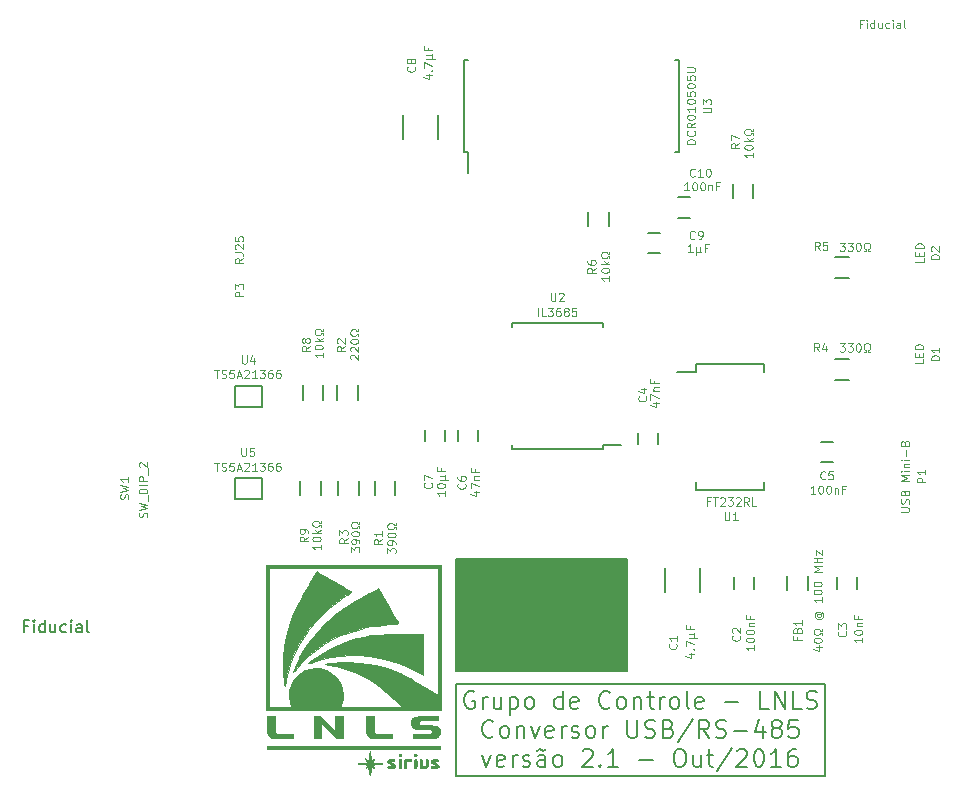
<source format=gbr>
G04 #@! TF.FileFunction,Legend,Top*
%FSLAX46Y46*%
G04 Gerber Fmt 4.6, Leading zero omitted, Abs format (unit mm)*
G04 Created by KiCad (PCBNEW no-vcs-found-product) date Thu Sep 29 09:32:32 2016*
%MOMM*%
%LPD*%
G01*
G04 APERTURE LIST*
%ADD10C,0.100000*%
%ADD11C,0.200000*%
%ADD12C,0.010000*%
%ADD13C,0.150000*%
%ADD14C,0.300000*%
G04 APERTURE END LIST*
D10*
D11*
X142280000Y-113500000D02*
X142280000Y-123000000D01*
X156780000Y-113500000D02*
X142280000Y-113500000D01*
X156780000Y-123000000D02*
X156780000Y-113500000D01*
X142280000Y-123000000D02*
X156780000Y-123000000D01*
X173520000Y-124070000D02*
X142320000Y-124070000D01*
X173520000Y-131870000D02*
X173520000Y-124070000D01*
X142320000Y-131870000D02*
X173520000Y-131870000D01*
X142320000Y-124070000D02*
X142320000Y-131870000D01*
X143848571Y-124770000D02*
X143705714Y-124698571D01*
X143491428Y-124698571D01*
X143277142Y-124770000D01*
X143134285Y-124912857D01*
X143062857Y-125055714D01*
X142991428Y-125341428D01*
X142991428Y-125555714D01*
X143062857Y-125841428D01*
X143134285Y-125984285D01*
X143277142Y-126127142D01*
X143491428Y-126198571D01*
X143634285Y-126198571D01*
X143848571Y-126127142D01*
X143919999Y-126055714D01*
X143919999Y-125555714D01*
X143634285Y-125555714D01*
X144562857Y-126198571D02*
X144562857Y-125198571D01*
X144562857Y-125484285D02*
X144634285Y-125341428D01*
X144705714Y-125270000D01*
X144848571Y-125198571D01*
X144991428Y-125198571D01*
X146134285Y-125198571D02*
X146134285Y-126198571D01*
X145491428Y-125198571D02*
X145491428Y-125984285D01*
X145562857Y-126127142D01*
X145705714Y-126198571D01*
X145919999Y-126198571D01*
X146062857Y-126127142D01*
X146134285Y-126055714D01*
X146848571Y-125198571D02*
X146848571Y-126698571D01*
X146848571Y-125270000D02*
X146991428Y-125198571D01*
X147277142Y-125198571D01*
X147419999Y-125270000D01*
X147491428Y-125341428D01*
X147562857Y-125484285D01*
X147562857Y-125912857D01*
X147491428Y-126055714D01*
X147419999Y-126127142D01*
X147277142Y-126198571D01*
X146991428Y-126198571D01*
X146848571Y-126127142D01*
X148419999Y-126198571D02*
X148277142Y-126127142D01*
X148205714Y-126055714D01*
X148134285Y-125912857D01*
X148134285Y-125484285D01*
X148205714Y-125341428D01*
X148277142Y-125270000D01*
X148419999Y-125198571D01*
X148634285Y-125198571D01*
X148777142Y-125270000D01*
X148848571Y-125341428D01*
X148919999Y-125484285D01*
X148919999Y-125912857D01*
X148848571Y-126055714D01*
X148777142Y-126127142D01*
X148634285Y-126198571D01*
X148419999Y-126198571D01*
X151348571Y-126198571D02*
X151348571Y-124698571D01*
X151348571Y-126127142D02*
X151205714Y-126198571D01*
X150919999Y-126198571D01*
X150777142Y-126127142D01*
X150705714Y-126055714D01*
X150634285Y-125912857D01*
X150634285Y-125484285D01*
X150705714Y-125341428D01*
X150777142Y-125270000D01*
X150919999Y-125198571D01*
X151205714Y-125198571D01*
X151348571Y-125270000D01*
X152634285Y-126127142D02*
X152491428Y-126198571D01*
X152205714Y-126198571D01*
X152062857Y-126127142D01*
X151991428Y-125984285D01*
X151991428Y-125412857D01*
X152062857Y-125270000D01*
X152205714Y-125198571D01*
X152491428Y-125198571D01*
X152634285Y-125270000D01*
X152705714Y-125412857D01*
X152705714Y-125555714D01*
X151991428Y-125698571D01*
X155348571Y-126055714D02*
X155277142Y-126127142D01*
X155062857Y-126198571D01*
X154919999Y-126198571D01*
X154705714Y-126127142D01*
X154562857Y-125984285D01*
X154491428Y-125841428D01*
X154419999Y-125555714D01*
X154419999Y-125341428D01*
X154491428Y-125055714D01*
X154562857Y-124912857D01*
X154705714Y-124770000D01*
X154919999Y-124698571D01*
X155062857Y-124698571D01*
X155277142Y-124770000D01*
X155348571Y-124841428D01*
X156205714Y-126198571D02*
X156062857Y-126127142D01*
X155991428Y-126055714D01*
X155919999Y-125912857D01*
X155919999Y-125484285D01*
X155991428Y-125341428D01*
X156062857Y-125270000D01*
X156205714Y-125198571D01*
X156419999Y-125198571D01*
X156562857Y-125270000D01*
X156634285Y-125341428D01*
X156705714Y-125484285D01*
X156705714Y-125912857D01*
X156634285Y-126055714D01*
X156562857Y-126127142D01*
X156419999Y-126198571D01*
X156205714Y-126198571D01*
X157348571Y-125198571D02*
X157348571Y-126198571D01*
X157348571Y-125341428D02*
X157419999Y-125270000D01*
X157562857Y-125198571D01*
X157777142Y-125198571D01*
X157919999Y-125270000D01*
X157991428Y-125412857D01*
X157991428Y-126198571D01*
X158491428Y-125198571D02*
X159062857Y-125198571D01*
X158705714Y-124698571D02*
X158705714Y-125984285D01*
X158777142Y-126127142D01*
X158919999Y-126198571D01*
X159062857Y-126198571D01*
X159562857Y-126198571D02*
X159562857Y-125198571D01*
X159562857Y-125484285D02*
X159634285Y-125341428D01*
X159705714Y-125270000D01*
X159848571Y-125198571D01*
X159991428Y-125198571D01*
X160705714Y-126198571D02*
X160562857Y-126127142D01*
X160491428Y-126055714D01*
X160419999Y-125912857D01*
X160419999Y-125484285D01*
X160491428Y-125341428D01*
X160562857Y-125270000D01*
X160705714Y-125198571D01*
X160919999Y-125198571D01*
X161062857Y-125270000D01*
X161134285Y-125341428D01*
X161205714Y-125484285D01*
X161205714Y-125912857D01*
X161134285Y-126055714D01*
X161062857Y-126127142D01*
X160919999Y-126198571D01*
X160705714Y-126198571D01*
X162062857Y-126198571D02*
X161919999Y-126127142D01*
X161848571Y-125984285D01*
X161848571Y-124698571D01*
X163205714Y-126127142D02*
X163062857Y-126198571D01*
X162777142Y-126198571D01*
X162634285Y-126127142D01*
X162562857Y-125984285D01*
X162562857Y-125412857D01*
X162634285Y-125270000D01*
X162777142Y-125198571D01*
X163062857Y-125198571D01*
X163205714Y-125270000D01*
X163277142Y-125412857D01*
X163277142Y-125555714D01*
X162562857Y-125698571D01*
X165062857Y-125627142D02*
X166205714Y-125627142D01*
X168777142Y-126198571D02*
X168062857Y-126198571D01*
X168062857Y-124698571D01*
X169277142Y-126198571D02*
X169277142Y-124698571D01*
X170134285Y-126198571D01*
X170134285Y-124698571D01*
X171562857Y-126198571D02*
X170848571Y-126198571D01*
X170848571Y-124698571D01*
X171991428Y-126127142D02*
X172205714Y-126198571D01*
X172562857Y-126198571D01*
X172705714Y-126127142D01*
X172777142Y-126055714D01*
X172848571Y-125912857D01*
X172848571Y-125770000D01*
X172777142Y-125627142D01*
X172705714Y-125555714D01*
X172562857Y-125484285D01*
X172277142Y-125412857D01*
X172134285Y-125341428D01*
X172062857Y-125270000D01*
X171991428Y-125127142D01*
X171991428Y-124984285D01*
X172062857Y-124841428D01*
X172134285Y-124770000D01*
X172277142Y-124698571D01*
X172634285Y-124698571D01*
X172848571Y-124770000D01*
X145455714Y-128505714D02*
X145384285Y-128577142D01*
X145170000Y-128648571D01*
X145027142Y-128648571D01*
X144812857Y-128577142D01*
X144670000Y-128434285D01*
X144598571Y-128291428D01*
X144527142Y-128005714D01*
X144527142Y-127791428D01*
X144598571Y-127505714D01*
X144670000Y-127362857D01*
X144812857Y-127220000D01*
X145027142Y-127148571D01*
X145170000Y-127148571D01*
X145384285Y-127220000D01*
X145455714Y-127291428D01*
X146312857Y-128648571D02*
X146170000Y-128577142D01*
X146098571Y-128505714D01*
X146027142Y-128362857D01*
X146027142Y-127934285D01*
X146098571Y-127791428D01*
X146170000Y-127720000D01*
X146312857Y-127648571D01*
X146527142Y-127648571D01*
X146670000Y-127720000D01*
X146741428Y-127791428D01*
X146812857Y-127934285D01*
X146812857Y-128362857D01*
X146741428Y-128505714D01*
X146670000Y-128577142D01*
X146527142Y-128648571D01*
X146312857Y-128648571D01*
X147455714Y-127648571D02*
X147455714Y-128648571D01*
X147455714Y-127791428D02*
X147527142Y-127720000D01*
X147670000Y-127648571D01*
X147884285Y-127648571D01*
X148027142Y-127720000D01*
X148098571Y-127862857D01*
X148098571Y-128648571D01*
X148670000Y-127648571D02*
X149027142Y-128648571D01*
X149384285Y-127648571D01*
X150527142Y-128577142D02*
X150384285Y-128648571D01*
X150098571Y-128648571D01*
X149955714Y-128577142D01*
X149884285Y-128434285D01*
X149884285Y-127862857D01*
X149955714Y-127720000D01*
X150098571Y-127648571D01*
X150384285Y-127648571D01*
X150527142Y-127720000D01*
X150598571Y-127862857D01*
X150598571Y-128005714D01*
X149884285Y-128148571D01*
X151241428Y-128648571D02*
X151241428Y-127648571D01*
X151241428Y-127934285D02*
X151312857Y-127791428D01*
X151384285Y-127720000D01*
X151527142Y-127648571D01*
X151670000Y-127648571D01*
X152098571Y-128577142D02*
X152241428Y-128648571D01*
X152527142Y-128648571D01*
X152670000Y-128577142D01*
X152741428Y-128434285D01*
X152741428Y-128362857D01*
X152670000Y-128220000D01*
X152527142Y-128148571D01*
X152312857Y-128148571D01*
X152170000Y-128077142D01*
X152098571Y-127934285D01*
X152098571Y-127862857D01*
X152170000Y-127720000D01*
X152312857Y-127648571D01*
X152527142Y-127648571D01*
X152670000Y-127720000D01*
X153598571Y-128648571D02*
X153455714Y-128577142D01*
X153384285Y-128505714D01*
X153312857Y-128362857D01*
X153312857Y-127934285D01*
X153384285Y-127791428D01*
X153455714Y-127720000D01*
X153598571Y-127648571D01*
X153812857Y-127648571D01*
X153955714Y-127720000D01*
X154027142Y-127791428D01*
X154098571Y-127934285D01*
X154098571Y-128362857D01*
X154027142Y-128505714D01*
X153955714Y-128577142D01*
X153812857Y-128648571D01*
X153598571Y-128648571D01*
X154741428Y-128648571D02*
X154741428Y-127648571D01*
X154741428Y-127934285D02*
X154812857Y-127791428D01*
X154884285Y-127720000D01*
X155027142Y-127648571D01*
X155170000Y-127648571D01*
X156812857Y-127148571D02*
X156812857Y-128362857D01*
X156884285Y-128505714D01*
X156955714Y-128577142D01*
X157098571Y-128648571D01*
X157384285Y-128648571D01*
X157527142Y-128577142D01*
X157598571Y-128505714D01*
X157670000Y-128362857D01*
X157670000Y-127148571D01*
X158312857Y-128577142D02*
X158527142Y-128648571D01*
X158884285Y-128648571D01*
X159027142Y-128577142D01*
X159098571Y-128505714D01*
X159170000Y-128362857D01*
X159170000Y-128220000D01*
X159098571Y-128077142D01*
X159027142Y-128005714D01*
X158884285Y-127934285D01*
X158598571Y-127862857D01*
X158455714Y-127791428D01*
X158384285Y-127720000D01*
X158312857Y-127577142D01*
X158312857Y-127434285D01*
X158384285Y-127291428D01*
X158455714Y-127220000D01*
X158598571Y-127148571D01*
X158955714Y-127148571D01*
X159170000Y-127220000D01*
X160312857Y-127862857D02*
X160527142Y-127934285D01*
X160598571Y-128005714D01*
X160670000Y-128148571D01*
X160670000Y-128362857D01*
X160598571Y-128505714D01*
X160527142Y-128577142D01*
X160384285Y-128648571D01*
X159812857Y-128648571D01*
X159812857Y-127148571D01*
X160312857Y-127148571D01*
X160455714Y-127220000D01*
X160527142Y-127291428D01*
X160598571Y-127434285D01*
X160598571Y-127577142D01*
X160527142Y-127720000D01*
X160455714Y-127791428D01*
X160312857Y-127862857D01*
X159812857Y-127862857D01*
X162384285Y-127077142D02*
X161098571Y-129005714D01*
X163741428Y-128648571D02*
X163241428Y-127934285D01*
X162884285Y-128648571D02*
X162884285Y-127148571D01*
X163455714Y-127148571D01*
X163598571Y-127220000D01*
X163670000Y-127291428D01*
X163741428Y-127434285D01*
X163741428Y-127648571D01*
X163670000Y-127791428D01*
X163598571Y-127862857D01*
X163455714Y-127934285D01*
X162884285Y-127934285D01*
X164312857Y-128577142D02*
X164527142Y-128648571D01*
X164884285Y-128648571D01*
X165027142Y-128577142D01*
X165098571Y-128505714D01*
X165170000Y-128362857D01*
X165170000Y-128220000D01*
X165098571Y-128077142D01*
X165027142Y-128005714D01*
X164884285Y-127934285D01*
X164598571Y-127862857D01*
X164455714Y-127791428D01*
X164384285Y-127720000D01*
X164312857Y-127577142D01*
X164312857Y-127434285D01*
X164384285Y-127291428D01*
X164455714Y-127220000D01*
X164598571Y-127148571D01*
X164955714Y-127148571D01*
X165170000Y-127220000D01*
X165812857Y-128077142D02*
X166955714Y-128077142D01*
X168312857Y-127648571D02*
X168312857Y-128648571D01*
X167955714Y-127077142D02*
X167598571Y-128148571D01*
X168527142Y-128148571D01*
X169312857Y-127791428D02*
X169170000Y-127720000D01*
X169098571Y-127648571D01*
X169027142Y-127505714D01*
X169027142Y-127434285D01*
X169098571Y-127291428D01*
X169170000Y-127220000D01*
X169312857Y-127148571D01*
X169598571Y-127148571D01*
X169741428Y-127220000D01*
X169812857Y-127291428D01*
X169884285Y-127434285D01*
X169884285Y-127505714D01*
X169812857Y-127648571D01*
X169741428Y-127720000D01*
X169598571Y-127791428D01*
X169312857Y-127791428D01*
X169170000Y-127862857D01*
X169098571Y-127934285D01*
X169027142Y-128077142D01*
X169027142Y-128362857D01*
X169098571Y-128505714D01*
X169170000Y-128577142D01*
X169312857Y-128648571D01*
X169598571Y-128648571D01*
X169741428Y-128577142D01*
X169812857Y-128505714D01*
X169884285Y-128362857D01*
X169884285Y-128077142D01*
X169812857Y-127934285D01*
X169741428Y-127862857D01*
X169598571Y-127791428D01*
X171241428Y-127148571D02*
X170527142Y-127148571D01*
X170455714Y-127862857D01*
X170527142Y-127791428D01*
X170670000Y-127720000D01*
X171027142Y-127720000D01*
X171170000Y-127791428D01*
X171241428Y-127862857D01*
X171312857Y-128005714D01*
X171312857Y-128362857D01*
X171241428Y-128505714D01*
X171170000Y-128577142D01*
X171027142Y-128648571D01*
X170670000Y-128648571D01*
X170527142Y-128577142D01*
X170455714Y-128505714D01*
X144527142Y-130098571D02*
X144884285Y-131098571D01*
X145241428Y-130098571D01*
X146384285Y-131027142D02*
X146241428Y-131098571D01*
X145955714Y-131098571D01*
X145812857Y-131027142D01*
X145741428Y-130884285D01*
X145741428Y-130312857D01*
X145812857Y-130170000D01*
X145955714Y-130098571D01*
X146241428Y-130098571D01*
X146384285Y-130170000D01*
X146455714Y-130312857D01*
X146455714Y-130455714D01*
X145741428Y-130598571D01*
X147098571Y-131098571D02*
X147098571Y-130098571D01*
X147098571Y-130384285D02*
X147170000Y-130241428D01*
X147241428Y-130170000D01*
X147384285Y-130098571D01*
X147527142Y-130098571D01*
X147955714Y-131027142D02*
X148098571Y-131098571D01*
X148384285Y-131098571D01*
X148527142Y-131027142D01*
X148598571Y-130884285D01*
X148598571Y-130812857D01*
X148527142Y-130670000D01*
X148384285Y-130598571D01*
X148170000Y-130598571D01*
X148027142Y-130527142D01*
X147955714Y-130384285D01*
X147955714Y-130312857D01*
X148027142Y-130170000D01*
X148170000Y-130098571D01*
X148384285Y-130098571D01*
X148527142Y-130170000D01*
X149884285Y-131098571D02*
X149884285Y-130312857D01*
X149812857Y-130170000D01*
X149670000Y-130098571D01*
X149384285Y-130098571D01*
X149241428Y-130170000D01*
X149884285Y-131027142D02*
X149741428Y-131098571D01*
X149384285Y-131098571D01*
X149241428Y-131027142D01*
X149170000Y-130884285D01*
X149170000Y-130741428D01*
X149241428Y-130598571D01*
X149384285Y-130527142D01*
X149741428Y-130527142D01*
X149884285Y-130455714D01*
X149170000Y-129741428D02*
X149241428Y-129670000D01*
X149384285Y-129598571D01*
X149670000Y-129741428D01*
X149812857Y-129670000D01*
X149884285Y-129598571D01*
X150812857Y-131098571D02*
X150670000Y-131027142D01*
X150598571Y-130955714D01*
X150527142Y-130812857D01*
X150527142Y-130384285D01*
X150598571Y-130241428D01*
X150670000Y-130170000D01*
X150812857Y-130098571D01*
X151027142Y-130098571D01*
X151170000Y-130170000D01*
X151241428Y-130241428D01*
X151312857Y-130384285D01*
X151312857Y-130812857D01*
X151241428Y-130955714D01*
X151170000Y-131027142D01*
X151027142Y-131098571D01*
X150812857Y-131098571D01*
X153027142Y-129741428D02*
X153098571Y-129670000D01*
X153241428Y-129598571D01*
X153598571Y-129598571D01*
X153741428Y-129670000D01*
X153812857Y-129741428D01*
X153884285Y-129884285D01*
X153884285Y-130027142D01*
X153812857Y-130241428D01*
X152955714Y-131098571D01*
X153884285Y-131098571D01*
X154527142Y-130955714D02*
X154598571Y-131027142D01*
X154527142Y-131098571D01*
X154455714Y-131027142D01*
X154527142Y-130955714D01*
X154527142Y-131098571D01*
X156027142Y-131098571D02*
X155170000Y-131098571D01*
X155598571Y-131098571D02*
X155598571Y-129598571D01*
X155455714Y-129812857D01*
X155312857Y-129955714D01*
X155170000Y-130027142D01*
X157812857Y-130527142D02*
X158955714Y-130527142D01*
X161098571Y-129598571D02*
X161384285Y-129598571D01*
X161527142Y-129670000D01*
X161670000Y-129812857D01*
X161741428Y-130098571D01*
X161741428Y-130598571D01*
X161670000Y-130884285D01*
X161527142Y-131027142D01*
X161384285Y-131098571D01*
X161098571Y-131098571D01*
X160955714Y-131027142D01*
X160812857Y-130884285D01*
X160741428Y-130598571D01*
X160741428Y-130098571D01*
X160812857Y-129812857D01*
X160955714Y-129670000D01*
X161098571Y-129598571D01*
X163027142Y-130098571D02*
X163027142Y-131098571D01*
X162384285Y-130098571D02*
X162384285Y-130884285D01*
X162455714Y-131027142D01*
X162598571Y-131098571D01*
X162812857Y-131098571D01*
X162955714Y-131027142D01*
X163027142Y-130955714D01*
X163527142Y-130098571D02*
X164098571Y-130098571D01*
X163741428Y-129598571D02*
X163741428Y-130884285D01*
X163812857Y-131027142D01*
X163955714Y-131098571D01*
X164098571Y-131098571D01*
X165670000Y-129527142D02*
X164384285Y-131455714D01*
X166098571Y-129741428D02*
X166170000Y-129670000D01*
X166312857Y-129598571D01*
X166670000Y-129598571D01*
X166812857Y-129670000D01*
X166884285Y-129741428D01*
X166955714Y-129884285D01*
X166955714Y-130027142D01*
X166884285Y-130241428D01*
X166027142Y-131098571D01*
X166955714Y-131098571D01*
X167884285Y-129598571D02*
X168027142Y-129598571D01*
X168170000Y-129670000D01*
X168241428Y-129741428D01*
X168312857Y-129884285D01*
X168384285Y-130170000D01*
X168384285Y-130527142D01*
X168312857Y-130812857D01*
X168241428Y-130955714D01*
X168170000Y-131027142D01*
X168027142Y-131098571D01*
X167884285Y-131098571D01*
X167741428Y-131027142D01*
X167670000Y-130955714D01*
X167598571Y-130812857D01*
X167527142Y-130527142D01*
X167527142Y-130170000D01*
X167598571Y-129884285D01*
X167670000Y-129741428D01*
X167741428Y-129670000D01*
X167884285Y-129598571D01*
X169812857Y-131098571D02*
X168955714Y-131098571D01*
X169384285Y-131098571D02*
X169384285Y-129598571D01*
X169241428Y-129812857D01*
X169098571Y-129955714D01*
X168955714Y-130027142D01*
X171098571Y-129598571D02*
X170812857Y-129598571D01*
X170670000Y-129670000D01*
X170598571Y-129741428D01*
X170455714Y-129955714D01*
X170384285Y-130241428D01*
X170384285Y-130812857D01*
X170455714Y-130955714D01*
X170527142Y-131027142D01*
X170670000Y-131098571D01*
X170955714Y-131098571D01*
X171098571Y-131027142D01*
X171170000Y-130955714D01*
X171241428Y-130812857D01*
X171241428Y-130455714D01*
X171170000Y-130312857D01*
X171098571Y-130241428D01*
X170955714Y-130170000D01*
X170670000Y-130170000D01*
X170527142Y-130241428D01*
X170455714Y-130312857D01*
X170384285Y-130455714D01*
D12*
G36*
X135014287Y-129854795D02*
X135019937Y-129875488D01*
X135037860Y-129966207D01*
X135057997Y-130105123D01*
X135076056Y-130262552D01*
X135076423Y-130266257D01*
X135092664Y-130410152D01*
X135109204Y-130523088D01*
X135122737Y-130582875D01*
X135123941Y-130585323D01*
X135161517Y-130583959D01*
X135227803Y-130537841D01*
X135236584Y-130529810D01*
X135317171Y-130471416D01*
X135356132Y-130473280D01*
X135343749Y-130524314D01*
X135291231Y-130592153D01*
X135236563Y-130663599D01*
X135222479Y-130711078D01*
X135224706Y-130714501D01*
X135272047Y-130728456D01*
X135379177Y-130745752D01*
X135527961Y-130763742D01*
X135631912Y-130773968D01*
X135839872Y-130793713D01*
X135973016Y-130809446D01*
X136034486Y-130822652D01*
X136027427Y-130834810D01*
X135954981Y-130847405D01*
X135820292Y-130861917D01*
X135818769Y-130862065D01*
X135645103Y-130879439D01*
X135471010Y-130897764D01*
X135356260Y-130910549D01*
X135167289Y-130932564D01*
X135275257Y-131045259D01*
X135342237Y-131131092D01*
X135355054Y-131180823D01*
X135319727Y-131183612D01*
X135242272Y-131128621D01*
X135233481Y-131120505D01*
X135180580Y-131074908D01*
X135144411Y-131062849D01*
X135120076Y-131094153D01*
X135102677Y-131178645D01*
X135087317Y-131326149D01*
X135078473Y-131431455D01*
X135056980Y-131616987D01*
X135029105Y-131732732D01*
X134995891Y-131775825D01*
X134962419Y-131750330D01*
X134947841Y-131694402D01*
X134931498Y-131582141D01*
X134916397Y-131435222D01*
X134913139Y-131395232D01*
X134897231Y-131226215D01*
X134878552Y-131126962D01*
X134852852Y-131089098D01*
X134815880Y-131104248D01*
X134783231Y-131139230D01*
X134726821Y-131188354D01*
X134700292Y-131197846D01*
X134666907Y-131172223D01*
X134678649Y-131110816D01*
X134729358Y-131036812D01*
X134747885Y-131018623D01*
X134829769Y-130944518D01*
X134738115Y-130918769D01*
X134644294Y-130902147D01*
X134512862Y-130889841D01*
X134451077Y-130886873D01*
X134296188Y-130876525D01*
X134142865Y-130857983D01*
X134099385Y-130850515D01*
X134022355Y-130834468D01*
X133998454Y-130823148D01*
X134034742Y-130813081D01*
X134138276Y-130800792D01*
X134216615Y-130792815D01*
X134385889Y-130775185D01*
X134551507Y-130756932D01*
X134660617Y-130744072D01*
X134831081Y-130722818D01*
X134722082Y-130609047D01*
X134655384Y-130523719D01*
X134641127Y-130472892D01*
X134673981Y-130467783D01*
X134748616Y-130519611D01*
X134759724Y-130529810D01*
X134827596Y-130580502D01*
X134869525Y-130587960D01*
X134871672Y-130585323D01*
X134884984Y-130532217D01*
X134901520Y-130425265D01*
X134916441Y-130299076D01*
X134934416Y-130140964D01*
X134953964Y-129992871D01*
X134967210Y-129908307D01*
X134984407Y-129820892D01*
X134997121Y-129804909D01*
X135014287Y-129854795D01*
X135014287Y-129854795D01*
G37*
X135014287Y-129854795D02*
X135019937Y-129875488D01*
X135037860Y-129966207D01*
X135057997Y-130105123D01*
X135076056Y-130262552D01*
X135076423Y-130266257D01*
X135092664Y-130410152D01*
X135109204Y-130523088D01*
X135122737Y-130582875D01*
X135123941Y-130585323D01*
X135161517Y-130583959D01*
X135227803Y-130537841D01*
X135236584Y-130529810D01*
X135317171Y-130471416D01*
X135356132Y-130473280D01*
X135343749Y-130524314D01*
X135291231Y-130592153D01*
X135236563Y-130663599D01*
X135222479Y-130711078D01*
X135224706Y-130714501D01*
X135272047Y-130728456D01*
X135379177Y-130745752D01*
X135527961Y-130763742D01*
X135631912Y-130773968D01*
X135839872Y-130793713D01*
X135973016Y-130809446D01*
X136034486Y-130822652D01*
X136027427Y-130834810D01*
X135954981Y-130847405D01*
X135820292Y-130861917D01*
X135818769Y-130862065D01*
X135645103Y-130879439D01*
X135471010Y-130897764D01*
X135356260Y-130910549D01*
X135167289Y-130932564D01*
X135275257Y-131045259D01*
X135342237Y-131131092D01*
X135355054Y-131180823D01*
X135319727Y-131183612D01*
X135242272Y-131128621D01*
X135233481Y-131120505D01*
X135180580Y-131074908D01*
X135144411Y-131062849D01*
X135120076Y-131094153D01*
X135102677Y-131178645D01*
X135087317Y-131326149D01*
X135078473Y-131431455D01*
X135056980Y-131616987D01*
X135029105Y-131732732D01*
X134995891Y-131775825D01*
X134962419Y-131750330D01*
X134947841Y-131694402D01*
X134931498Y-131582141D01*
X134916397Y-131435222D01*
X134913139Y-131395232D01*
X134897231Y-131226215D01*
X134878552Y-131126962D01*
X134852852Y-131089098D01*
X134815880Y-131104248D01*
X134783231Y-131139230D01*
X134726821Y-131188354D01*
X134700292Y-131197846D01*
X134666907Y-131172223D01*
X134678649Y-131110816D01*
X134729358Y-131036812D01*
X134747885Y-131018623D01*
X134829769Y-130944518D01*
X134738115Y-130918769D01*
X134644294Y-130902147D01*
X134512862Y-130889841D01*
X134451077Y-130886873D01*
X134296188Y-130876525D01*
X134142865Y-130857983D01*
X134099385Y-130850515D01*
X134022355Y-130834468D01*
X133998454Y-130823148D01*
X134034742Y-130813081D01*
X134138276Y-130800792D01*
X134216615Y-130792815D01*
X134385889Y-130775185D01*
X134551507Y-130756932D01*
X134660617Y-130744072D01*
X134831081Y-130722818D01*
X134722082Y-130609047D01*
X134655384Y-130523719D01*
X134641127Y-130472892D01*
X134673981Y-130467783D01*
X134748616Y-130519611D01*
X134759724Y-130529810D01*
X134827596Y-130580502D01*
X134869525Y-130587960D01*
X134871672Y-130585323D01*
X134884984Y-130532217D01*
X134901520Y-130425265D01*
X134916441Y-130299076D01*
X134934416Y-130140964D01*
X134953964Y-129992871D01*
X134967210Y-129908307D01*
X134984407Y-129820892D01*
X134997121Y-129804909D01*
X135014287Y-129854795D01*
G36*
X136977469Y-130457974D02*
X137051775Y-130469448D01*
X137083010Y-130495364D01*
X137088769Y-130533538D01*
X137079826Y-130577936D01*
X137040871Y-130601541D01*
X136953714Y-130610698D01*
X136864077Y-130611905D01*
X136639385Y-130612119D01*
X136903154Y-130770378D01*
X137046533Y-130862537D01*
X137129813Y-130933401D01*
X137164277Y-130993493D01*
X137166923Y-131016349D01*
X137152315Y-131102341D01*
X137100265Y-131157264D01*
X136998436Y-131187025D01*
X136834491Y-131197531D01*
X136787877Y-131197846D01*
X136640445Y-131195901D01*
X136554734Y-131187073D01*
X136514346Y-131166869D01*
X136502884Y-131130797D01*
X136502615Y-131119692D01*
X136510882Y-131076712D01*
X136547387Y-131053039D01*
X136629692Y-131043016D01*
X136746846Y-131041007D01*
X136991077Y-131040477D01*
X136746846Y-130895715D01*
X136614678Y-130812151D01*
X136539366Y-130748032D01*
X136507084Y-130689452D01*
X136502615Y-130650060D01*
X136518143Y-130553587D01*
X136573111Y-130493788D01*
X136680101Y-130463460D01*
X136842585Y-130455384D01*
X136977469Y-130457974D01*
X136977469Y-130457974D01*
G37*
X136977469Y-130457974D02*
X137051775Y-130469448D01*
X137083010Y-130495364D01*
X137088769Y-130533538D01*
X137079826Y-130577936D01*
X137040871Y-130601541D01*
X136953714Y-130610698D01*
X136864077Y-130611905D01*
X136639385Y-130612119D01*
X136903154Y-130770378D01*
X137046533Y-130862537D01*
X137129813Y-130933401D01*
X137164277Y-130993493D01*
X137166923Y-131016349D01*
X137152315Y-131102341D01*
X137100265Y-131157264D01*
X136998436Y-131187025D01*
X136834491Y-131197531D01*
X136787877Y-131197846D01*
X136640445Y-131195901D01*
X136554734Y-131187073D01*
X136514346Y-131166869D01*
X136502884Y-131130797D01*
X136502615Y-131119692D01*
X136510882Y-131076712D01*
X136547387Y-131053039D01*
X136629692Y-131043016D01*
X136746846Y-131041007D01*
X136991077Y-131040477D01*
X136746846Y-130895715D01*
X136614678Y-130812151D01*
X136539366Y-130748032D01*
X136507084Y-130689452D01*
X136502615Y-130650060D01*
X136518143Y-130553587D01*
X136573111Y-130493788D01*
X136680101Y-130463460D01*
X136842585Y-130455384D01*
X136977469Y-130457974D01*
G36*
X137583411Y-130457962D02*
X137611954Y-130475455D01*
X137627635Y-130522504D01*
X137634307Y-130613746D01*
X137635821Y-130763821D01*
X137635846Y-130826615D01*
X137635168Y-130998593D01*
X137630564Y-131107056D01*
X137618183Y-131166644D01*
X137594172Y-131191996D01*
X137554678Y-131197752D01*
X137538154Y-131197846D01*
X137492896Y-131195268D01*
X137464353Y-131177774D01*
X137448672Y-131130726D01*
X137442001Y-131039484D01*
X137440486Y-130889409D01*
X137440461Y-130826615D01*
X137441140Y-130654637D01*
X137445743Y-130546174D01*
X137458124Y-130486586D01*
X137482136Y-130461233D01*
X137521629Y-130455478D01*
X137538154Y-130455384D01*
X137583411Y-130457962D01*
X137583411Y-130457962D01*
G37*
X137583411Y-130457962D02*
X137611954Y-130475455D01*
X137627635Y-130522504D01*
X137634307Y-130613746D01*
X137635821Y-130763821D01*
X137635846Y-130826615D01*
X137635168Y-130998593D01*
X137630564Y-131107056D01*
X137618183Y-131166644D01*
X137594172Y-131191996D01*
X137554678Y-131197752D01*
X137538154Y-131197846D01*
X137492896Y-131195268D01*
X137464353Y-131177774D01*
X137448672Y-131130726D01*
X137442001Y-131039484D01*
X137440486Y-130889409D01*
X137440461Y-130826615D01*
X137441140Y-130654637D01*
X137445743Y-130546174D01*
X137458124Y-130486586D01*
X137482136Y-130461233D01*
X137521629Y-130455478D01*
X137538154Y-130455384D01*
X137583411Y-130457962D01*
G36*
X138384238Y-130457974D02*
X138458545Y-130469448D01*
X138489779Y-130495364D01*
X138495538Y-130533538D01*
X138486210Y-130578703D01*
X138445876Y-130602231D01*
X138356016Y-130610858D01*
X138280615Y-130611692D01*
X138065692Y-130611692D01*
X138065692Y-130904769D01*
X138063846Y-131054615D01*
X138055429Y-131142536D01*
X138036122Y-131184728D01*
X138001607Y-131197386D01*
X137987538Y-131197846D01*
X137949171Y-131191532D01*
X137925907Y-131162288D01*
X137914023Y-131094660D01*
X137909796Y-130973196D01*
X137909385Y-130873507D01*
X137915283Y-130692362D01*
X137931900Y-130563926D01*
X137956277Y-130502276D01*
X138019803Y-130476708D01*
X138136700Y-130459891D01*
X138249354Y-130455384D01*
X138384238Y-130457974D01*
X138384238Y-130457974D01*
G37*
X138384238Y-130457974D02*
X138458545Y-130469448D01*
X138489779Y-130495364D01*
X138495538Y-130533538D01*
X138486210Y-130578703D01*
X138445876Y-130602231D01*
X138356016Y-130610858D01*
X138280615Y-130611692D01*
X138065692Y-130611692D01*
X138065692Y-130904769D01*
X138063846Y-131054615D01*
X138055429Y-131142536D01*
X138036122Y-131184728D01*
X138001607Y-131197386D01*
X137987538Y-131197846D01*
X137949171Y-131191532D01*
X137925907Y-131162288D01*
X137914023Y-131094660D01*
X137909796Y-130973196D01*
X137909385Y-130873507D01*
X137915283Y-130692362D01*
X137931900Y-130563926D01*
X137956277Y-130502276D01*
X138019803Y-130476708D01*
X138136700Y-130459891D01*
X138249354Y-130455384D01*
X138384238Y-130457974D01*
G36*
X138912026Y-130457962D02*
X138940569Y-130475455D01*
X138956251Y-130522504D01*
X138962922Y-130613746D01*
X138964437Y-130763821D01*
X138964461Y-130826615D01*
X138963783Y-130998593D01*
X138959179Y-131107056D01*
X138946798Y-131166644D01*
X138922787Y-131191996D01*
X138883294Y-131197752D01*
X138866769Y-131197846D01*
X138821512Y-131195268D01*
X138792969Y-131177774D01*
X138777288Y-131130726D01*
X138770616Y-131039484D01*
X138769102Y-130889409D01*
X138769077Y-130826615D01*
X138769755Y-130654637D01*
X138774359Y-130546174D01*
X138786740Y-130486586D01*
X138810751Y-130461233D01*
X138850244Y-130455478D01*
X138866769Y-130455384D01*
X138912026Y-130457962D01*
X138912026Y-130457962D01*
G37*
X138912026Y-130457962D02*
X138940569Y-130475455D01*
X138956251Y-130522504D01*
X138962922Y-130613746D01*
X138964437Y-130763821D01*
X138964461Y-130826615D01*
X138963783Y-130998593D01*
X138959179Y-131107056D01*
X138946798Y-131166644D01*
X138922787Y-131191996D01*
X138883294Y-131197752D01*
X138866769Y-131197846D01*
X138821512Y-131195268D01*
X138792969Y-131177774D01*
X138777288Y-131130726D01*
X138770616Y-131039484D01*
X138769102Y-130889409D01*
X138769077Y-130826615D01*
X138769755Y-130654637D01*
X138774359Y-130546174D01*
X138786740Y-130486586D01*
X138810751Y-130461233D01*
X138850244Y-130455478D01*
X138866769Y-130455384D01*
X138912026Y-130457962D01*
G36*
X139862521Y-130461698D02*
X139885785Y-130490942D01*
X139897669Y-130558570D01*
X139901896Y-130680033D01*
X139902308Y-130779723D01*
X139896409Y-130960868D01*
X139879792Y-131089304D01*
X139855415Y-131150953D01*
X139796323Y-131173101D01*
X139686520Y-131188859D01*
X139552108Y-131197308D01*
X139419189Y-131197526D01*
X139313863Y-131188596D01*
X139264051Y-131171794D01*
X139252392Y-131123406D01*
X139243429Y-131016289D01*
X139238523Y-130869856D01*
X139238000Y-130800564D01*
X139239352Y-130635317D01*
X139245676Y-130533202D01*
X139260367Y-130479211D01*
X139286824Y-130458336D01*
X139316154Y-130455384D01*
X139356113Y-130462306D01*
X139379558Y-130493870D01*
X139390810Y-130566271D01*
X139394185Y-130695705D01*
X139394308Y-130748461D01*
X139394308Y-131041538D01*
X139746000Y-131041538D01*
X139746000Y-130748461D01*
X139747846Y-130598614D01*
X139756263Y-130510693D01*
X139775570Y-130468502D01*
X139810086Y-130455844D01*
X139824154Y-130455384D01*
X139862521Y-130461698D01*
X139862521Y-130461698D01*
G37*
X139862521Y-130461698D02*
X139885785Y-130490942D01*
X139897669Y-130558570D01*
X139901896Y-130680033D01*
X139902308Y-130779723D01*
X139896409Y-130960868D01*
X139879792Y-131089304D01*
X139855415Y-131150953D01*
X139796323Y-131173101D01*
X139686520Y-131188859D01*
X139552108Y-131197308D01*
X139419189Y-131197526D01*
X139313863Y-131188596D01*
X139264051Y-131171794D01*
X139252392Y-131123406D01*
X139243429Y-131016289D01*
X139238523Y-130869856D01*
X139238000Y-130800564D01*
X139239352Y-130635317D01*
X139245676Y-130533202D01*
X139260367Y-130479211D01*
X139286824Y-130458336D01*
X139316154Y-130455384D01*
X139356113Y-130462306D01*
X139379558Y-130493870D01*
X139390810Y-130566271D01*
X139394185Y-130695705D01*
X139394308Y-130748461D01*
X139394308Y-131041538D01*
X139746000Y-131041538D01*
X139746000Y-130748461D01*
X139747846Y-130598614D01*
X139756263Y-130510693D01*
X139775570Y-130468502D01*
X139810086Y-130455844D01*
X139824154Y-130455384D01*
X139862521Y-130461698D01*
G36*
X140650700Y-130457974D02*
X140725006Y-130469448D01*
X140756240Y-130495364D01*
X140762000Y-130533538D01*
X140753057Y-130577936D01*
X140714102Y-130601541D01*
X140626945Y-130610698D01*
X140537308Y-130611905D01*
X140312615Y-130612119D01*
X140576385Y-130770378D01*
X140719764Y-130862537D01*
X140803044Y-130933401D01*
X140837508Y-130993493D01*
X140840154Y-131016349D01*
X140825545Y-131102341D01*
X140773495Y-131157264D01*
X140671667Y-131187025D01*
X140507722Y-131197531D01*
X140461108Y-131197846D01*
X140313676Y-131195901D01*
X140227964Y-131187073D01*
X140187576Y-131166869D01*
X140176115Y-131130797D01*
X140175846Y-131119692D01*
X140184112Y-131076712D01*
X140220618Y-131053039D01*
X140302923Y-131043016D01*
X140420077Y-131041007D01*
X140664308Y-131040477D01*
X140420077Y-130895715D01*
X140287909Y-130812151D01*
X140212597Y-130748032D01*
X140180315Y-130689452D01*
X140175846Y-130650060D01*
X140191373Y-130553587D01*
X140246342Y-130493788D01*
X140353332Y-130463460D01*
X140515815Y-130455384D01*
X140650700Y-130457974D01*
X140650700Y-130457974D01*
G37*
X140650700Y-130457974D02*
X140725006Y-130469448D01*
X140756240Y-130495364D01*
X140762000Y-130533538D01*
X140753057Y-130577936D01*
X140714102Y-130601541D01*
X140626945Y-130610698D01*
X140537308Y-130611905D01*
X140312615Y-130612119D01*
X140576385Y-130770378D01*
X140719764Y-130862537D01*
X140803044Y-130933401D01*
X140837508Y-130993493D01*
X140840154Y-131016349D01*
X140825545Y-131102341D01*
X140773495Y-131157264D01*
X140671667Y-131187025D01*
X140507722Y-131197531D01*
X140461108Y-131197846D01*
X140313676Y-131195901D01*
X140227964Y-131187073D01*
X140187576Y-131166869D01*
X140176115Y-131130797D01*
X140175846Y-131119692D01*
X140184112Y-131076712D01*
X140220618Y-131053039D01*
X140302923Y-131043016D01*
X140420077Y-131041007D01*
X140664308Y-131040477D01*
X140420077Y-130895715D01*
X140287909Y-130812151D01*
X140212597Y-130748032D01*
X140180315Y-130689452D01*
X140175846Y-130650060D01*
X140191373Y-130553587D01*
X140246342Y-130493788D01*
X140353332Y-130463460D01*
X140515815Y-130455384D01*
X140650700Y-130457974D01*
G36*
X134626923Y-130396769D02*
X134607385Y-130416307D01*
X134587846Y-130396769D01*
X134607385Y-130377230D01*
X134626923Y-130396769D01*
X134626923Y-130396769D01*
G37*
X134626923Y-130396769D02*
X134607385Y-130416307D01*
X134587846Y-130396769D01*
X134607385Y-130377230D01*
X134626923Y-130396769D01*
G36*
X137614760Y-130043855D02*
X137635846Y-130103692D01*
X137612950Y-130164977D01*
X137538154Y-130181846D01*
X137461547Y-130163529D01*
X137440461Y-130103692D01*
X137463358Y-130042406D01*
X137538154Y-130025538D01*
X137614760Y-130043855D01*
X137614760Y-130043855D01*
G37*
X137614760Y-130043855D02*
X137635846Y-130103692D01*
X137612950Y-130164977D01*
X137538154Y-130181846D01*
X137461547Y-130163529D01*
X137440461Y-130103692D01*
X137463358Y-130042406D01*
X137538154Y-130025538D01*
X137614760Y-130043855D01*
G36*
X138943376Y-130043855D02*
X138964461Y-130103692D01*
X138941565Y-130164977D01*
X138866769Y-130181846D01*
X138790162Y-130163529D01*
X138769077Y-130103692D01*
X138791973Y-130042406D01*
X138866769Y-130025538D01*
X138943376Y-130043855D01*
X138943376Y-130043855D01*
G37*
X138943376Y-130043855D02*
X138964461Y-130103692D01*
X138941565Y-130164977D01*
X138866769Y-130181846D01*
X138790162Y-130163529D01*
X138769077Y-130103692D01*
X138791973Y-130042406D01*
X138866769Y-130025538D01*
X138943376Y-130043855D01*
G36*
X140957385Y-129634769D02*
X126303538Y-129634769D01*
X126303538Y-129322153D01*
X140957385Y-129322153D01*
X140957385Y-129634769D01*
X140957385Y-129634769D01*
G37*
X140957385Y-129634769D02*
X126303538Y-129634769D01*
X126303538Y-129322153D01*
X140957385Y-129322153D01*
X140957385Y-129634769D01*
G36*
X126967846Y-127487314D02*
X126967575Y-127767233D01*
X126973148Y-127978666D01*
X126994144Y-128131193D01*
X127040142Y-128234394D01*
X127120723Y-128297848D01*
X127245465Y-128331135D01*
X127423948Y-128343833D01*
X127665752Y-128345523D01*
X127825762Y-128345230D01*
X128491846Y-128345230D01*
X128491846Y-128696923D01*
X127659972Y-128696923D01*
X127382105Y-128696482D01*
X127170390Y-128694461D01*
X127012830Y-128689811D01*
X126897424Y-128681483D01*
X126812174Y-128668430D01*
X126745081Y-128649602D01*
X126684145Y-128623952D01*
X126653741Y-128609000D01*
X126504519Y-128507041D01*
X126400068Y-128363370D01*
X126391461Y-128346720D01*
X126359227Y-128277245D01*
X126335966Y-128207052D01*
X126320230Y-128122154D01*
X126310574Y-128008570D01*
X126305551Y-127852315D01*
X126303715Y-127639405D01*
X126303538Y-127496796D01*
X126303538Y-126821230D01*
X126967846Y-126821230D01*
X126967846Y-127487314D01*
X126967846Y-127487314D01*
G37*
X126967846Y-127487314D02*
X126967575Y-127767233D01*
X126973148Y-127978666D01*
X126994144Y-128131193D01*
X127040142Y-128234394D01*
X127120723Y-128297848D01*
X127245465Y-128331135D01*
X127423948Y-128343833D01*
X127665752Y-128345523D01*
X127825762Y-128345230D01*
X128491846Y-128345230D01*
X128491846Y-128696923D01*
X127659972Y-128696923D01*
X127382105Y-128696482D01*
X127170390Y-128694461D01*
X127012830Y-128689811D01*
X126897424Y-128681483D01*
X126812174Y-128668430D01*
X126745081Y-128649602D01*
X126684145Y-128623952D01*
X126653741Y-128609000D01*
X126504519Y-128507041D01*
X126400068Y-128363370D01*
X126391461Y-128346720D01*
X126359227Y-128277245D01*
X126335966Y-128207052D01*
X126320230Y-128122154D01*
X126310574Y-128008570D01*
X126305551Y-127852315D01*
X126303715Y-127639405D01*
X126303538Y-127496796D01*
X126303538Y-126821230D01*
X126967846Y-126821230D01*
X126967846Y-127487314D01*
G36*
X132751231Y-128696923D02*
X132185478Y-128696923D01*
X131550047Y-128062367D01*
X130914615Y-127427811D01*
X130914615Y-128696923D01*
X130289385Y-128696923D01*
X130289385Y-126821230D01*
X130553154Y-126822116D01*
X130816923Y-126823003D01*
X132086923Y-128039827D01*
X132086923Y-126821230D01*
X132751231Y-126821230D01*
X132751231Y-128696923D01*
X132751231Y-128696923D01*
G37*
X132751231Y-128696923D02*
X132185478Y-128696923D01*
X131550047Y-128062367D01*
X130914615Y-127427811D01*
X130914615Y-128696923D01*
X130289385Y-128696923D01*
X130289385Y-126821230D01*
X130553154Y-126822116D01*
X130816923Y-126823003D01*
X132086923Y-128039827D01*
X132086923Y-126821230D01*
X132751231Y-126821230D01*
X132751231Y-128696923D01*
G36*
X135330308Y-127487314D02*
X135330667Y-127730149D01*
X135332798Y-127907373D01*
X135338279Y-128031531D01*
X135348689Y-128115167D01*
X135365607Y-128170823D01*
X135390612Y-128211044D01*
X135425284Y-128248374D01*
X135426224Y-128249314D01*
X135463636Y-128284231D01*
X135503646Y-128309444D01*
X135558798Y-128326534D01*
X135641635Y-128337078D01*
X135764702Y-128342656D01*
X135940541Y-128344847D01*
X136181696Y-128345230D01*
X136854308Y-128345230D01*
X136854308Y-128696923D01*
X136022434Y-128696923D01*
X135744566Y-128696482D01*
X135532852Y-128694461D01*
X135375291Y-128689811D01*
X135259886Y-128681483D01*
X135174636Y-128668430D01*
X135107542Y-128649602D01*
X135046607Y-128623952D01*
X135016203Y-128609000D01*
X134866981Y-128507041D01*
X134762529Y-128363370D01*
X134753923Y-128346720D01*
X134721689Y-128277245D01*
X134698427Y-128207052D01*
X134682692Y-128122154D01*
X134673036Y-128008570D01*
X134668013Y-127852315D01*
X134666176Y-127639405D01*
X134666000Y-127496796D01*
X134666000Y-126821230D01*
X135330308Y-126821230D01*
X135330308Y-127487314D01*
X135330308Y-127487314D01*
G37*
X135330308Y-127487314D02*
X135330667Y-127730149D01*
X135332798Y-127907373D01*
X135338279Y-128031531D01*
X135348689Y-128115167D01*
X135365607Y-128170823D01*
X135390612Y-128211044D01*
X135425284Y-128248374D01*
X135426224Y-128249314D01*
X135463636Y-128284231D01*
X135503646Y-128309444D01*
X135558798Y-128326534D01*
X135641635Y-128337078D01*
X135764702Y-128342656D01*
X135940541Y-128344847D01*
X136181696Y-128345230D01*
X136854308Y-128345230D01*
X136854308Y-128696923D01*
X136022434Y-128696923D01*
X135744566Y-128696482D01*
X135532852Y-128694461D01*
X135375291Y-128689811D01*
X135259886Y-128681483D01*
X135174636Y-128668430D01*
X135107542Y-128649602D01*
X135046607Y-128623952D01*
X135016203Y-128609000D01*
X134866981Y-128507041D01*
X134762529Y-128363370D01*
X134753923Y-128346720D01*
X134721689Y-128277245D01*
X134698427Y-128207052D01*
X134682692Y-128122154D01*
X134673036Y-128008570D01*
X134668013Y-127852315D01*
X134666176Y-127639405D01*
X134666000Y-127496796D01*
X134666000Y-126821230D01*
X135330308Y-126821230D01*
X135330308Y-127487314D01*
G36*
X140801077Y-127172923D02*
X139239802Y-127172923D01*
X139177508Y-127267994D01*
X139142442Y-127379362D01*
X139179325Y-127480732D01*
X139282087Y-127557541D01*
X139301535Y-127565562D01*
X139374185Y-127578672D01*
X139508443Y-127589778D01*
X139687770Y-127597986D01*
X139895629Y-127602403D01*
X139992775Y-127602915D01*
X140226338Y-127604018D01*
X140396130Y-127608241D01*
X140516517Y-127617154D01*
X140601864Y-127632329D01*
X140666540Y-127655335D01*
X140715505Y-127681924D01*
X140847880Y-127805042D01*
X140928549Y-127968998D01*
X140953122Y-128152428D01*
X140917208Y-128333967D01*
X140868682Y-128427375D01*
X140811585Y-128506431D01*
X140751662Y-128568354D01*
X140678969Y-128615224D01*
X140583561Y-128649121D01*
X140455493Y-128672122D01*
X140284823Y-128686309D01*
X140061604Y-128693760D01*
X139775893Y-128696555D01*
X139579923Y-128696862D01*
X138651846Y-128696923D01*
X138651846Y-128345230D01*
X139407790Y-128345230D01*
X139671521Y-128344621D01*
X139868186Y-128342150D01*
X140008866Y-128336852D01*
X140104643Y-128327762D01*
X140166599Y-128313915D01*
X140205816Y-128294347D01*
X140228405Y-128273769D01*
X140286508Y-128163833D01*
X140274101Y-128054954D01*
X140206228Y-127976215D01*
X140156730Y-127952108D01*
X140080062Y-127935015D01*
X139964211Y-127923901D01*
X139797161Y-127917728D01*
X139566899Y-127915462D01*
X139500903Y-127915384D01*
X139229027Y-127912982D01*
X139023023Y-127903620D01*
X138870699Y-127884069D01*
X138759862Y-127851097D01*
X138678318Y-127801473D01*
X138613876Y-127731966D01*
X138572110Y-127669256D01*
X138510707Y-127504272D01*
X138499104Y-127315259D01*
X138537466Y-127136776D01*
X138569225Y-127072103D01*
X138618871Y-126999156D01*
X138674941Y-126941815D01*
X138746981Y-126898221D01*
X138844540Y-126866518D01*
X138977166Y-126844850D01*
X139154406Y-126831360D01*
X139385808Y-126824192D01*
X139680921Y-126821488D01*
X139859367Y-126821230D01*
X140801077Y-126821230D01*
X140801077Y-127172923D01*
X140801077Y-127172923D01*
G37*
X140801077Y-127172923D02*
X139239802Y-127172923D01*
X139177508Y-127267994D01*
X139142442Y-127379362D01*
X139179325Y-127480732D01*
X139282087Y-127557541D01*
X139301535Y-127565562D01*
X139374185Y-127578672D01*
X139508443Y-127589778D01*
X139687770Y-127597986D01*
X139895629Y-127602403D01*
X139992775Y-127602915D01*
X140226338Y-127604018D01*
X140396130Y-127608241D01*
X140516517Y-127617154D01*
X140601864Y-127632329D01*
X140666540Y-127655335D01*
X140715505Y-127681924D01*
X140847880Y-127805042D01*
X140928549Y-127968998D01*
X140953122Y-128152428D01*
X140917208Y-128333967D01*
X140868682Y-128427375D01*
X140811585Y-128506431D01*
X140751662Y-128568354D01*
X140678969Y-128615224D01*
X140583561Y-128649121D01*
X140455493Y-128672122D01*
X140284823Y-128686309D01*
X140061604Y-128693760D01*
X139775893Y-128696555D01*
X139579923Y-128696862D01*
X138651846Y-128696923D01*
X138651846Y-128345230D01*
X139407790Y-128345230D01*
X139671521Y-128344621D01*
X139868186Y-128342150D01*
X140008866Y-128336852D01*
X140104643Y-128327762D01*
X140166599Y-128313915D01*
X140205816Y-128294347D01*
X140228405Y-128273769D01*
X140286508Y-128163833D01*
X140274101Y-128054954D01*
X140206228Y-127976215D01*
X140156730Y-127952108D01*
X140080062Y-127935015D01*
X139964211Y-127923901D01*
X139797161Y-127917728D01*
X139566899Y-127915462D01*
X139500903Y-127915384D01*
X139229027Y-127912982D01*
X139023023Y-127903620D01*
X138870699Y-127884069D01*
X138759862Y-127851097D01*
X138678318Y-127801473D01*
X138613876Y-127731966D01*
X138572110Y-127669256D01*
X138510707Y-127504272D01*
X138499104Y-127315259D01*
X138537466Y-127136776D01*
X138569225Y-127072103D01*
X138618871Y-126999156D01*
X138674941Y-126941815D01*
X138746981Y-126898221D01*
X138844540Y-126866518D01*
X138977166Y-126844850D01*
X139154406Y-126831360D01*
X139385808Y-126824192D01*
X139680921Y-126821488D01*
X139859367Y-126821230D01*
X140801077Y-126821230D01*
X140801077Y-127172923D01*
G36*
X141055077Y-126293692D02*
X133639043Y-126303562D01*
X132713127Y-126304703D01*
X131862554Y-126305549D01*
X131084515Y-126306086D01*
X130376201Y-126306298D01*
X129734800Y-126306170D01*
X129157504Y-126305689D01*
X128641504Y-126304839D01*
X128183988Y-126303605D01*
X127782147Y-126301973D01*
X127433173Y-126299928D01*
X127134254Y-126297455D01*
X126882581Y-126294539D01*
X126675345Y-126291166D01*
X126509735Y-126287320D01*
X126382942Y-126282988D01*
X126292157Y-126278154D01*
X126234569Y-126272803D01*
X126207368Y-126266921D01*
X126204392Y-126264485D01*
X126202368Y-126220551D01*
X126200532Y-126102691D01*
X126198889Y-125915130D01*
X126197445Y-125662096D01*
X126196206Y-125347815D01*
X126195178Y-124976513D01*
X126194367Y-124552419D01*
X126193778Y-124079757D01*
X126193418Y-123562756D01*
X126193292Y-123005642D01*
X126193407Y-122412640D01*
X126193767Y-121787979D01*
X126194380Y-121135885D01*
X126195251Y-120460584D01*
X126195810Y-120100000D01*
X126205429Y-114238461D01*
X126459846Y-114238461D01*
X126459846Y-126039692D01*
X127417231Y-126039692D01*
X127681461Y-126039258D01*
X127917754Y-126038039D01*
X128115541Y-126036158D01*
X128264251Y-126033737D01*
X128353317Y-126030900D01*
X128374615Y-126028568D01*
X128362289Y-125989064D01*
X128330126Y-125896961D01*
X128289499Y-125784337D01*
X128225734Y-125540854D01*
X128189409Y-125252609D01*
X128181255Y-124948288D01*
X128202003Y-124656577D01*
X128252384Y-124406163D01*
X128254221Y-124400049D01*
X128410515Y-124012098D01*
X128627180Y-123665841D01*
X128896667Y-123366974D01*
X129211426Y-123121195D01*
X129563908Y-122934200D01*
X129946563Y-122811685D01*
X130351842Y-122759348D01*
X130430589Y-122757808D01*
X130745178Y-122772754D01*
X131021321Y-122824244D01*
X131293257Y-122920103D01*
X131442154Y-122988989D01*
X131805615Y-123209215D01*
X132114293Y-123481101D01*
X132364322Y-123797526D01*
X132551841Y-124151370D01*
X132672984Y-124535511D01*
X132723888Y-124942829D01*
X132706882Y-125319916D01*
X132677279Y-125499882D01*
X132635782Y-125681174D01*
X132593394Y-125818657D01*
X132551317Y-125930969D01*
X132523492Y-126008325D01*
X132516789Y-126029923D01*
X132554794Y-126031585D01*
X132664546Y-126033159D01*
X132839637Y-126034619D01*
X133073659Y-126035942D01*
X133360205Y-126037104D01*
X133692867Y-126038080D01*
X134065237Y-126038847D01*
X134470909Y-126039381D01*
X134903475Y-126039658D01*
X135121783Y-126039692D01*
X137726797Y-126039692D01*
X137241706Y-125547758D01*
X136561478Y-124903027D01*
X135866749Y-124334352D01*
X135155605Y-123840657D01*
X134426132Y-123420864D01*
X133676417Y-123073897D01*
X132904545Y-122798677D01*
X132108603Y-122594128D01*
X131930615Y-122558606D01*
X131712315Y-122516616D01*
X131518437Y-122478159D01*
X131363103Y-122446128D01*
X131260437Y-122423418D01*
X131227231Y-122414526D01*
X131225018Y-122397226D01*
X131292047Y-122375830D01*
X131419587Y-122351575D01*
X131598909Y-122325696D01*
X131821281Y-122299431D01*
X132077974Y-122274016D01*
X132360257Y-122250686D01*
X132410044Y-122247025D01*
X133257564Y-122224111D01*
X134116554Y-122275525D01*
X134979990Y-122399656D01*
X135840850Y-122594898D01*
X136692110Y-122859643D01*
X137526748Y-123192281D01*
X138337740Y-123591206D01*
X138379365Y-123613860D01*
X138550041Y-123708571D01*
X138772508Y-123834084D01*
X139031228Y-123981517D01*
X139310662Y-124141986D01*
X139595274Y-124306609D01*
X139812432Y-124433099D01*
X140058117Y-124576252D01*
X140281571Y-124705584D01*
X140473997Y-124816074D01*
X140626598Y-124902699D01*
X140730576Y-124960438D01*
X140777136Y-124984269D01*
X140778528Y-124984615D01*
X140781220Y-124946282D01*
X140783819Y-124834256D01*
X140786308Y-124653000D01*
X140788669Y-124406974D01*
X140790881Y-124100642D01*
X140792927Y-123738463D01*
X140794788Y-123324899D01*
X140796444Y-122864413D01*
X140797878Y-122361466D01*
X140799071Y-121820519D01*
X140800004Y-121246033D01*
X140800657Y-120642472D01*
X140801014Y-120014295D01*
X140801077Y-119611538D01*
X140801077Y-114238461D01*
X126459846Y-114238461D01*
X126205429Y-114238461D01*
X126205846Y-113984461D01*
X141055077Y-113984461D01*
X141055077Y-126293692D01*
X141055077Y-126293692D01*
G37*
X141055077Y-126293692D02*
X133639043Y-126303562D01*
X132713127Y-126304703D01*
X131862554Y-126305549D01*
X131084515Y-126306086D01*
X130376201Y-126306298D01*
X129734800Y-126306170D01*
X129157504Y-126305689D01*
X128641504Y-126304839D01*
X128183988Y-126303605D01*
X127782147Y-126301973D01*
X127433173Y-126299928D01*
X127134254Y-126297455D01*
X126882581Y-126294539D01*
X126675345Y-126291166D01*
X126509735Y-126287320D01*
X126382942Y-126282988D01*
X126292157Y-126278154D01*
X126234569Y-126272803D01*
X126207368Y-126266921D01*
X126204392Y-126264485D01*
X126202368Y-126220551D01*
X126200532Y-126102691D01*
X126198889Y-125915130D01*
X126197445Y-125662096D01*
X126196206Y-125347815D01*
X126195178Y-124976513D01*
X126194367Y-124552419D01*
X126193778Y-124079757D01*
X126193418Y-123562756D01*
X126193292Y-123005642D01*
X126193407Y-122412640D01*
X126193767Y-121787979D01*
X126194380Y-121135885D01*
X126195251Y-120460584D01*
X126195810Y-120100000D01*
X126205429Y-114238461D01*
X126459846Y-114238461D01*
X126459846Y-126039692D01*
X127417231Y-126039692D01*
X127681461Y-126039258D01*
X127917754Y-126038039D01*
X128115541Y-126036158D01*
X128264251Y-126033737D01*
X128353317Y-126030900D01*
X128374615Y-126028568D01*
X128362289Y-125989064D01*
X128330126Y-125896961D01*
X128289499Y-125784337D01*
X128225734Y-125540854D01*
X128189409Y-125252609D01*
X128181255Y-124948288D01*
X128202003Y-124656577D01*
X128252384Y-124406163D01*
X128254221Y-124400049D01*
X128410515Y-124012098D01*
X128627180Y-123665841D01*
X128896667Y-123366974D01*
X129211426Y-123121195D01*
X129563908Y-122934200D01*
X129946563Y-122811685D01*
X130351842Y-122759348D01*
X130430589Y-122757808D01*
X130745178Y-122772754D01*
X131021321Y-122824244D01*
X131293257Y-122920103D01*
X131442154Y-122988989D01*
X131805615Y-123209215D01*
X132114293Y-123481101D01*
X132364322Y-123797526D01*
X132551841Y-124151370D01*
X132672984Y-124535511D01*
X132723888Y-124942829D01*
X132706882Y-125319916D01*
X132677279Y-125499882D01*
X132635782Y-125681174D01*
X132593394Y-125818657D01*
X132551317Y-125930969D01*
X132523492Y-126008325D01*
X132516789Y-126029923D01*
X132554794Y-126031585D01*
X132664546Y-126033159D01*
X132839637Y-126034619D01*
X133073659Y-126035942D01*
X133360205Y-126037104D01*
X133692867Y-126038080D01*
X134065237Y-126038847D01*
X134470909Y-126039381D01*
X134903475Y-126039658D01*
X135121783Y-126039692D01*
X137726797Y-126039692D01*
X137241706Y-125547758D01*
X136561478Y-124903027D01*
X135866749Y-124334352D01*
X135155605Y-123840657D01*
X134426132Y-123420864D01*
X133676417Y-123073897D01*
X132904545Y-122798677D01*
X132108603Y-122594128D01*
X131930615Y-122558606D01*
X131712315Y-122516616D01*
X131518437Y-122478159D01*
X131363103Y-122446128D01*
X131260437Y-122423418D01*
X131227231Y-122414526D01*
X131225018Y-122397226D01*
X131292047Y-122375830D01*
X131419587Y-122351575D01*
X131598909Y-122325696D01*
X131821281Y-122299431D01*
X132077974Y-122274016D01*
X132360257Y-122250686D01*
X132410044Y-122247025D01*
X133257564Y-122224111D01*
X134116554Y-122275525D01*
X134979990Y-122399656D01*
X135840850Y-122594898D01*
X136692110Y-122859643D01*
X137526748Y-123192281D01*
X138337740Y-123591206D01*
X138379365Y-123613860D01*
X138550041Y-123708571D01*
X138772508Y-123834084D01*
X139031228Y-123981517D01*
X139310662Y-124141986D01*
X139595274Y-124306609D01*
X139812432Y-124433099D01*
X140058117Y-124576252D01*
X140281571Y-124705584D01*
X140473997Y-124816074D01*
X140626598Y-124902699D01*
X140730576Y-124960438D01*
X140777136Y-124984269D01*
X140778528Y-124984615D01*
X140781220Y-124946282D01*
X140783819Y-124834256D01*
X140786308Y-124653000D01*
X140788669Y-124406974D01*
X140790881Y-124100642D01*
X140792927Y-123738463D01*
X140794788Y-123324899D01*
X140796444Y-122864413D01*
X140797878Y-122361466D01*
X140799071Y-121820519D01*
X140800004Y-121246033D01*
X140800657Y-120642472D01*
X140801014Y-120014295D01*
X140801077Y-119611538D01*
X140801077Y-114238461D01*
X126459846Y-114238461D01*
X126205429Y-114238461D01*
X126205846Y-113984461D01*
X141055077Y-113984461D01*
X141055077Y-126293692D01*
G36*
X130620153Y-114626797D02*
X130691733Y-114669002D01*
X130821063Y-114744168D01*
X130998034Y-114846491D01*
X131212535Y-114970164D01*
X131454457Y-115109380D01*
X131713689Y-115258335D01*
X131980122Y-115411221D01*
X132243646Y-115562233D01*
X132494150Y-115705565D01*
X132721525Y-115835409D01*
X132915661Y-115945960D01*
X133034472Y-116013344D01*
X133194897Y-116105922D01*
X133327066Y-116185684D01*
X133417913Y-116244493D01*
X133454371Y-116274208D01*
X133454549Y-116275006D01*
X133424102Y-116304742D01*
X133340771Y-116368973D01*
X133216650Y-116458768D01*
X133063833Y-116565194D01*
X133034538Y-116585204D01*
X132263531Y-117137227D01*
X131565878Y-117694317D01*
X130936779Y-118261616D01*
X130371435Y-118844268D01*
X129865046Y-119447417D01*
X129412812Y-120076204D01*
X129009934Y-120735775D01*
X128806386Y-121116000D01*
X128591126Y-121558850D01*
X128411790Y-121978258D01*
X128260940Y-122396124D01*
X128131139Y-122834347D01*
X128014948Y-123314826D01*
X127944444Y-123653868D01*
X127890140Y-123922454D01*
X127847947Y-124116242D01*
X127817263Y-124237545D01*
X127797487Y-124288677D01*
X127788017Y-124271952D01*
X127787222Y-124258435D01*
X127781327Y-124206675D01*
X127766434Y-124095936D01*
X127745057Y-123944541D01*
X127728705Y-123831846D01*
X127707064Y-123652580D01*
X127685743Y-123420034D01*
X127666670Y-123159065D01*
X127651776Y-122894530D01*
X127646796Y-122776769D01*
X127652475Y-121878929D01*
X127735959Y-120984195D01*
X127896918Y-120093859D01*
X128135024Y-119209216D01*
X128449947Y-118331559D01*
X128841360Y-117462181D01*
X129142765Y-116891171D01*
X129240807Y-116717716D01*
X129369410Y-116492957D01*
X129519353Y-116232859D01*
X129681410Y-115953387D01*
X129846360Y-115670506D01*
X129960006Y-115476627D01*
X130501537Y-114555065D01*
X130620153Y-114626797D01*
X130620153Y-114626797D01*
G37*
X130620153Y-114626797D02*
X130691733Y-114669002D01*
X130821063Y-114744168D01*
X130998034Y-114846491D01*
X131212535Y-114970164D01*
X131454457Y-115109380D01*
X131713689Y-115258335D01*
X131980122Y-115411221D01*
X132243646Y-115562233D01*
X132494150Y-115705565D01*
X132721525Y-115835409D01*
X132915661Y-115945960D01*
X133034472Y-116013344D01*
X133194897Y-116105922D01*
X133327066Y-116185684D01*
X133417913Y-116244493D01*
X133454371Y-116274208D01*
X133454549Y-116275006D01*
X133424102Y-116304742D01*
X133340771Y-116368973D01*
X133216650Y-116458768D01*
X133063833Y-116565194D01*
X133034538Y-116585204D01*
X132263531Y-117137227D01*
X131565878Y-117694317D01*
X130936779Y-118261616D01*
X130371435Y-118844268D01*
X129865046Y-119447417D01*
X129412812Y-120076204D01*
X129009934Y-120735775D01*
X128806386Y-121116000D01*
X128591126Y-121558850D01*
X128411790Y-121978258D01*
X128260940Y-122396124D01*
X128131139Y-122834347D01*
X128014948Y-123314826D01*
X127944444Y-123653868D01*
X127890140Y-123922454D01*
X127847947Y-124116242D01*
X127817263Y-124237545D01*
X127797487Y-124288677D01*
X127788017Y-124271952D01*
X127787222Y-124258435D01*
X127781327Y-124206675D01*
X127766434Y-124095936D01*
X127745057Y-123944541D01*
X127728705Y-123831846D01*
X127707064Y-123652580D01*
X127685743Y-123420034D01*
X127666670Y-123159065D01*
X127651776Y-122894530D01*
X127646796Y-122776769D01*
X127652475Y-121878929D01*
X127735959Y-120984195D01*
X127896918Y-120093859D01*
X128135024Y-119209216D01*
X128449947Y-118331559D01*
X128841360Y-117462181D01*
X129142765Y-116891171D01*
X129240807Y-116717716D01*
X129369410Y-116492957D01*
X129519353Y-116232859D01*
X129681410Y-115953387D01*
X129846360Y-115670506D01*
X129960006Y-115476627D01*
X130501537Y-114555065D01*
X130620153Y-114626797D01*
G36*
X138154447Y-119841334D02*
X138363065Y-119845786D01*
X139550615Y-119874515D01*
X139550615Y-121589411D01*
X139549970Y-121946879D01*
X139548125Y-122278957D01*
X139545214Y-122577769D01*
X139541373Y-122835439D01*
X139536737Y-123044090D01*
X139531440Y-123195845D01*
X139525617Y-123282827D01*
X139521308Y-123300958D01*
X139476968Y-123283015D01*
X139377489Y-123236540D01*
X139237371Y-123168471D01*
X139071116Y-123085749D01*
X139062154Y-123081240D01*
X138212649Y-122681877D01*
X137384848Y-122351333D01*
X136569088Y-122086841D01*
X135755708Y-121885636D01*
X134935044Y-121744953D01*
X134105981Y-121662580D01*
X133307547Y-121642883D01*
X132524176Y-121690702D01*
X131745285Y-121807586D01*
X130960288Y-121995082D01*
X130228679Y-122229456D01*
X130065248Y-122285373D01*
X129927975Y-122327715D01*
X129834102Y-122351434D01*
X129802900Y-122354094D01*
X129807091Y-122325636D01*
X129869555Y-122262746D01*
X129981617Y-122171313D01*
X130134601Y-122057225D01*
X130319830Y-121926371D01*
X130528629Y-121784640D01*
X130752322Y-121637920D01*
X130982231Y-121492100D01*
X131209683Y-121353070D01*
X131426000Y-121226716D01*
X131622506Y-121118929D01*
X131623502Y-121118405D01*
X132186536Y-120840016D01*
X132747407Y-120599299D01*
X133314431Y-120394685D01*
X133895923Y-120224602D01*
X134500202Y-120087481D01*
X135135582Y-119981751D01*
X135810380Y-119905842D01*
X136532913Y-119858183D01*
X137311497Y-119837204D01*
X138154447Y-119841334D01*
X138154447Y-119841334D01*
G37*
X138154447Y-119841334D02*
X138363065Y-119845786D01*
X139550615Y-119874515D01*
X139550615Y-121589411D01*
X139549970Y-121946879D01*
X139548125Y-122278957D01*
X139545214Y-122577769D01*
X139541373Y-122835439D01*
X139536737Y-123044090D01*
X139531440Y-123195845D01*
X139525617Y-123282827D01*
X139521308Y-123300958D01*
X139476968Y-123283015D01*
X139377489Y-123236540D01*
X139237371Y-123168471D01*
X139071116Y-123085749D01*
X139062154Y-123081240D01*
X138212649Y-122681877D01*
X137384848Y-122351333D01*
X136569088Y-122086841D01*
X135755708Y-121885636D01*
X134935044Y-121744953D01*
X134105981Y-121662580D01*
X133307547Y-121642883D01*
X132524176Y-121690702D01*
X131745285Y-121807586D01*
X130960288Y-121995082D01*
X130228679Y-122229456D01*
X130065248Y-122285373D01*
X129927975Y-122327715D01*
X129834102Y-122351434D01*
X129802900Y-122354094D01*
X129807091Y-122325636D01*
X129869555Y-122262746D01*
X129981617Y-122171313D01*
X130134601Y-122057225D01*
X130319830Y-121926371D01*
X130528629Y-121784640D01*
X130752322Y-121637920D01*
X130982231Y-121492100D01*
X131209683Y-121353070D01*
X131426000Y-121226716D01*
X131622506Y-121118929D01*
X131623502Y-121118405D01*
X132186536Y-120840016D01*
X132747407Y-120599299D01*
X133314431Y-120394685D01*
X133895923Y-120224602D01*
X134500202Y-120087481D01*
X135135582Y-119981751D01*
X135810380Y-119905842D01*
X136532913Y-119858183D01*
X137311497Y-119837204D01*
X138154447Y-119841334D01*
G36*
X135817159Y-116163641D02*
X135866689Y-116245866D01*
X135945921Y-116380141D01*
X136049903Y-116557877D01*
X136173683Y-116770485D01*
X136312311Y-117009377D01*
X136460833Y-117265962D01*
X136614299Y-117531652D01*
X136767756Y-117797858D01*
X136916254Y-118055991D01*
X137054841Y-118297461D01*
X137178564Y-118513679D01*
X137282472Y-118696057D01*
X137361614Y-118836005D01*
X137411038Y-118924934D01*
X137425995Y-118954319D01*
X137387043Y-118959750D01*
X137282456Y-118970583D01*
X137124479Y-118985651D01*
X136925353Y-119003787D01*
X136697424Y-119023813D01*
X136119228Y-119079748D01*
X135604120Y-119142884D01*
X135137184Y-119215535D01*
X134703506Y-119300014D01*
X134298485Y-119395971D01*
X133414322Y-119655423D01*
X132588974Y-119963571D01*
X131818129Y-120323036D01*
X131097476Y-120736437D01*
X130422705Y-121206395D01*
X129789502Y-121735528D01*
X129193558Y-122326457D01*
X128863222Y-122698615D01*
X128728032Y-122857940D01*
X128635510Y-122966112D01*
X128577592Y-123031427D01*
X128546209Y-123062178D01*
X128533297Y-123066661D01*
X128530789Y-123053170D01*
X128530923Y-123040331D01*
X128546611Y-122981419D01*
X128589499Y-122866350D01*
X128653326Y-122709598D01*
X128731830Y-122525633D01*
X128818747Y-122328927D01*
X128907815Y-122133952D01*
X128992773Y-121955180D01*
X129050806Y-121838923D01*
X129437884Y-121144164D01*
X129858847Y-120505008D01*
X130328014Y-119901391D01*
X130835838Y-119338000D01*
X131151642Y-119018650D01*
X131461897Y-118724998D01*
X131776283Y-118449895D01*
X132104479Y-118186191D01*
X132456165Y-117926737D01*
X132841019Y-117664385D01*
X133268722Y-117391984D01*
X133748952Y-117102386D01*
X134275231Y-116797648D01*
X134495810Y-116672363D01*
X134727545Y-116541517D01*
X134957337Y-116412431D01*
X135172088Y-116292424D01*
X135358696Y-116188814D01*
X135504063Y-116108923D01*
X135595089Y-116060069D01*
X135597297Y-116058925D01*
X135714713Y-115998207D01*
X135817159Y-116163641D01*
X135817159Y-116163641D01*
G37*
X135817159Y-116163641D02*
X135866689Y-116245866D01*
X135945921Y-116380141D01*
X136049903Y-116557877D01*
X136173683Y-116770485D01*
X136312311Y-117009377D01*
X136460833Y-117265962D01*
X136614299Y-117531652D01*
X136767756Y-117797858D01*
X136916254Y-118055991D01*
X137054841Y-118297461D01*
X137178564Y-118513679D01*
X137282472Y-118696057D01*
X137361614Y-118836005D01*
X137411038Y-118924934D01*
X137425995Y-118954319D01*
X137387043Y-118959750D01*
X137282456Y-118970583D01*
X137124479Y-118985651D01*
X136925353Y-119003787D01*
X136697424Y-119023813D01*
X136119228Y-119079748D01*
X135604120Y-119142884D01*
X135137184Y-119215535D01*
X134703506Y-119300014D01*
X134298485Y-119395971D01*
X133414322Y-119655423D01*
X132588974Y-119963571D01*
X131818129Y-120323036D01*
X131097476Y-120736437D01*
X130422705Y-121206395D01*
X129789502Y-121735528D01*
X129193558Y-122326457D01*
X128863222Y-122698615D01*
X128728032Y-122857940D01*
X128635510Y-122966112D01*
X128577592Y-123031427D01*
X128546209Y-123062178D01*
X128533297Y-123066661D01*
X128530789Y-123053170D01*
X128530923Y-123040331D01*
X128546611Y-122981419D01*
X128589499Y-122866350D01*
X128653326Y-122709598D01*
X128731830Y-122525633D01*
X128818747Y-122328927D01*
X128907815Y-122133952D01*
X128992773Y-121955180D01*
X129050806Y-121838923D01*
X129437884Y-121144164D01*
X129858847Y-120505008D01*
X130328014Y-119901391D01*
X130835838Y-119338000D01*
X131151642Y-119018650D01*
X131461897Y-118724998D01*
X131776283Y-118449895D01*
X132104479Y-118186191D01*
X132456165Y-117926737D01*
X132841019Y-117664385D01*
X133268722Y-117391984D01*
X133748952Y-117102386D01*
X134275231Y-116797648D01*
X134495810Y-116672363D01*
X134727545Y-116541517D01*
X134957337Y-116412431D01*
X135172088Y-116292424D01*
X135358696Y-116188814D01*
X135504063Y-116108923D01*
X135595089Y-116060069D01*
X135597297Y-116058925D01*
X135714713Y-115998207D01*
X135817159Y-116163641D01*
D13*
X142975000Y-79025000D02*
X143320000Y-79025000D01*
X142975000Y-71275000D02*
X143320000Y-71275000D01*
X161225000Y-71275000D02*
X160880000Y-71275000D01*
X161225000Y-79025000D02*
X160880000Y-79025000D01*
X142975000Y-79025000D02*
X142975000Y-71275000D01*
X161225000Y-79025000D02*
X161225000Y-71275000D01*
X143320000Y-79025000D02*
X143320000Y-80850000D01*
X154775000Y-104175000D02*
X154775000Y-103820000D01*
X147025000Y-104175000D02*
X147025000Y-103820000D01*
X147025000Y-93525000D02*
X147025000Y-93880000D01*
X154775000Y-93525000D02*
X154775000Y-93880000D01*
X154775000Y-104175000D02*
X147025000Y-104175000D01*
X154775000Y-93525000D02*
X147025000Y-93525000D01*
X154775000Y-103820000D02*
X156300000Y-103820000D01*
X162625000Y-97025000D02*
X162625000Y-97675000D01*
X168375000Y-97025000D02*
X168375000Y-97675000D01*
X168375000Y-107675000D02*
X168375000Y-107025000D01*
X162625000Y-107675000D02*
X162625000Y-107025000D01*
X162625000Y-97025000D02*
X168375000Y-97025000D01*
X162625000Y-107675000D02*
X168375000Y-107675000D01*
X162625000Y-97675000D02*
X161025000Y-97675000D01*
X167475000Y-81750000D02*
X167475000Y-82950000D01*
X165725000Y-82950000D02*
X165725000Y-81750000D01*
X155275000Y-84150000D02*
X155275000Y-85350000D01*
X153525000Y-85350000D02*
X153525000Y-84150000D01*
X175600000Y-89725000D02*
X174400000Y-89725000D01*
X174400000Y-87975000D02*
X175600000Y-87975000D01*
X175600000Y-98325000D02*
X174400000Y-98325000D01*
X174400000Y-96575000D02*
X175600000Y-96575000D01*
X172075000Y-114950000D02*
X172075000Y-116150000D01*
X170325000Y-116150000D02*
X170325000Y-114950000D01*
X161100000Y-84600000D02*
X162100000Y-84600000D01*
X162100000Y-82900000D02*
X161100000Y-82900000D01*
X159600000Y-85900000D02*
X158600000Y-85900000D01*
X158600000Y-87600000D02*
X159600000Y-87600000D01*
X137825000Y-75950000D02*
X137825000Y-77950000D01*
X140775000Y-77950000D02*
X140775000Y-75950000D01*
X139650000Y-102550000D02*
X139650000Y-103550000D01*
X141350000Y-103550000D02*
X141350000Y-102550000D01*
X142450000Y-102550000D02*
X142450000Y-103550000D01*
X144150000Y-103550000D02*
X144150000Y-102550000D01*
X174200000Y-103600000D02*
X173200000Y-103600000D01*
X173200000Y-105300000D02*
X174200000Y-105300000D01*
X157700000Y-102800000D02*
X157700000Y-103800000D01*
X159400000Y-103800000D02*
X159400000Y-102800000D01*
X176300000Y-116050000D02*
X176300000Y-115050000D01*
X174600000Y-115050000D02*
X174600000Y-116050000D01*
X165850000Y-115050000D02*
X165850000Y-116050000D01*
X167550000Y-116050000D02*
X167550000Y-115050000D01*
X159975000Y-114300000D02*
X159975000Y-116300000D01*
X162925000Y-116300000D02*
X162925000Y-114300000D01*
X125843000Y-100599000D02*
X125843000Y-98821000D01*
X125843000Y-98821000D02*
X123557000Y-98821000D01*
X123557000Y-98821000D02*
X123557000Y-100599000D01*
X123557000Y-100599000D02*
X125843000Y-100599000D01*
X125843000Y-108399000D02*
X125843000Y-106621000D01*
X125843000Y-106621000D02*
X123557000Y-106621000D01*
X123557000Y-106621000D02*
X123557000Y-108399000D01*
X123557000Y-108399000D02*
X125843000Y-108399000D01*
X137175000Y-106910000D02*
X137175000Y-108110000D01*
X135425000Y-108110000D02*
X135425000Y-106910000D01*
X133975000Y-98810000D02*
X133975000Y-100010000D01*
X132225000Y-100010000D02*
X132225000Y-98810000D01*
X132325000Y-108110000D02*
X132325000Y-106910000D01*
X134075000Y-106910000D02*
X134075000Y-108110000D01*
X129325000Y-100010000D02*
X129325000Y-98810000D01*
X131075000Y-98810000D02*
X131075000Y-100010000D01*
X129125000Y-108110000D02*
X129125000Y-106910000D01*
X130875000Y-106910000D02*
X130875000Y-108110000D01*
D10*
X163206666Y-75693333D02*
X163773333Y-75693333D01*
X163840000Y-75660000D01*
X163873333Y-75626666D01*
X163906666Y-75560000D01*
X163906666Y-75426666D01*
X163873333Y-75360000D01*
X163840000Y-75326666D01*
X163773333Y-75293333D01*
X163206666Y-75293333D01*
X163206666Y-75026666D02*
X163206666Y-74593333D01*
X163473333Y-74826666D01*
X163473333Y-74726666D01*
X163506666Y-74660000D01*
X163540000Y-74626666D01*
X163606666Y-74593333D01*
X163773333Y-74593333D01*
X163840000Y-74626666D01*
X163873333Y-74660000D01*
X163906666Y-74726666D01*
X163906666Y-74926666D01*
X163873333Y-74993333D01*
X163840000Y-75026666D01*
X162546666Y-78370000D02*
X161846666Y-78370000D01*
X161846666Y-78203333D01*
X161880000Y-78103333D01*
X161946666Y-78036666D01*
X162013333Y-78003333D01*
X162146666Y-77970000D01*
X162246666Y-77970000D01*
X162380000Y-78003333D01*
X162446666Y-78036666D01*
X162513333Y-78103333D01*
X162546666Y-78203333D01*
X162546666Y-78370000D01*
X162480000Y-77270000D02*
X162513333Y-77303333D01*
X162546666Y-77403333D01*
X162546666Y-77470000D01*
X162513333Y-77570000D01*
X162446666Y-77636666D01*
X162380000Y-77670000D01*
X162246666Y-77703333D01*
X162146666Y-77703333D01*
X162013333Y-77670000D01*
X161946666Y-77636666D01*
X161880000Y-77570000D01*
X161846666Y-77470000D01*
X161846666Y-77403333D01*
X161880000Y-77303333D01*
X161913333Y-77270000D01*
X162546666Y-76570000D02*
X162213333Y-76803333D01*
X162546666Y-76970000D02*
X161846666Y-76970000D01*
X161846666Y-76703333D01*
X161880000Y-76636666D01*
X161913333Y-76603333D01*
X161980000Y-76570000D01*
X162080000Y-76570000D01*
X162146666Y-76603333D01*
X162180000Y-76636666D01*
X162213333Y-76703333D01*
X162213333Y-76970000D01*
X161846666Y-76136666D02*
X161846666Y-76070000D01*
X161880000Y-76003333D01*
X161913333Y-75970000D01*
X161980000Y-75936666D01*
X162113333Y-75903333D01*
X162280000Y-75903333D01*
X162413333Y-75936666D01*
X162480000Y-75970000D01*
X162513333Y-76003333D01*
X162546666Y-76070000D01*
X162546666Y-76136666D01*
X162513333Y-76203333D01*
X162480000Y-76236666D01*
X162413333Y-76270000D01*
X162280000Y-76303333D01*
X162113333Y-76303333D01*
X161980000Y-76270000D01*
X161913333Y-76236666D01*
X161880000Y-76203333D01*
X161846666Y-76136666D01*
X162546666Y-75236666D02*
X162546666Y-75636666D01*
X162546666Y-75436666D02*
X161846666Y-75436666D01*
X161946666Y-75503333D01*
X162013333Y-75570000D01*
X162046666Y-75636666D01*
X161846666Y-74803333D02*
X161846666Y-74736666D01*
X161880000Y-74670000D01*
X161913333Y-74636666D01*
X161980000Y-74603333D01*
X162113333Y-74570000D01*
X162280000Y-74570000D01*
X162413333Y-74603333D01*
X162480000Y-74636666D01*
X162513333Y-74670000D01*
X162546666Y-74736666D01*
X162546666Y-74803333D01*
X162513333Y-74870000D01*
X162480000Y-74903333D01*
X162413333Y-74936666D01*
X162280000Y-74970000D01*
X162113333Y-74970000D01*
X161980000Y-74936666D01*
X161913333Y-74903333D01*
X161880000Y-74870000D01*
X161846666Y-74803333D01*
X161846666Y-73936666D02*
X161846666Y-74270000D01*
X162180000Y-74303333D01*
X162146666Y-74270000D01*
X162113333Y-74203333D01*
X162113333Y-74036666D01*
X162146666Y-73970000D01*
X162180000Y-73936666D01*
X162246666Y-73903333D01*
X162413333Y-73903333D01*
X162480000Y-73936666D01*
X162513333Y-73970000D01*
X162546666Y-74036666D01*
X162546666Y-74203333D01*
X162513333Y-74270000D01*
X162480000Y-74303333D01*
X161846666Y-73470000D02*
X161846666Y-73403333D01*
X161880000Y-73336666D01*
X161913333Y-73303333D01*
X161980000Y-73270000D01*
X162113333Y-73236666D01*
X162280000Y-73236666D01*
X162413333Y-73270000D01*
X162480000Y-73303333D01*
X162513333Y-73336666D01*
X162546666Y-73403333D01*
X162546666Y-73470000D01*
X162513333Y-73536666D01*
X162480000Y-73570000D01*
X162413333Y-73603333D01*
X162280000Y-73636666D01*
X162113333Y-73636666D01*
X161980000Y-73603333D01*
X161913333Y-73570000D01*
X161880000Y-73536666D01*
X161846666Y-73470000D01*
X161846666Y-72603333D02*
X161846666Y-72936666D01*
X162180000Y-72970000D01*
X162146666Y-72936666D01*
X162113333Y-72870000D01*
X162113333Y-72703333D01*
X162146666Y-72636666D01*
X162180000Y-72603333D01*
X162246666Y-72570000D01*
X162413333Y-72570000D01*
X162480000Y-72603333D01*
X162513333Y-72636666D01*
X162546666Y-72703333D01*
X162546666Y-72870000D01*
X162513333Y-72936666D01*
X162480000Y-72970000D01*
X161846666Y-72270000D02*
X162413333Y-72270000D01*
X162480000Y-72236666D01*
X162513333Y-72203333D01*
X162546666Y-72136666D01*
X162546666Y-72003333D01*
X162513333Y-71936666D01*
X162480000Y-71903333D01*
X162413333Y-71870000D01*
X161846666Y-71870000D01*
X150326666Y-90976666D02*
X150326666Y-91543333D01*
X150360000Y-91610000D01*
X150393333Y-91643333D01*
X150460000Y-91676666D01*
X150593333Y-91676666D01*
X150660000Y-91643333D01*
X150693333Y-91610000D01*
X150726666Y-91543333D01*
X150726666Y-90976666D01*
X151026666Y-91043333D02*
X151060000Y-91010000D01*
X151126666Y-90976666D01*
X151293333Y-90976666D01*
X151360000Y-91010000D01*
X151393333Y-91043333D01*
X151426666Y-91110000D01*
X151426666Y-91176666D01*
X151393333Y-91276666D01*
X150993333Y-91676666D01*
X151426666Y-91676666D01*
X149233333Y-92946666D02*
X149233333Y-92246666D01*
X149900000Y-92946666D02*
X149566666Y-92946666D01*
X149566666Y-92246666D01*
X150066666Y-92246666D02*
X150500000Y-92246666D01*
X150266666Y-92513333D01*
X150366666Y-92513333D01*
X150433333Y-92546666D01*
X150466666Y-92580000D01*
X150500000Y-92646666D01*
X150500000Y-92813333D01*
X150466666Y-92880000D01*
X150433333Y-92913333D01*
X150366666Y-92946666D01*
X150166666Y-92946666D01*
X150100000Y-92913333D01*
X150066666Y-92880000D01*
X151100000Y-92246666D02*
X150966666Y-92246666D01*
X150900000Y-92280000D01*
X150866666Y-92313333D01*
X150800000Y-92413333D01*
X150766666Y-92546666D01*
X150766666Y-92813333D01*
X150800000Y-92880000D01*
X150833333Y-92913333D01*
X150900000Y-92946666D01*
X151033333Y-92946666D01*
X151100000Y-92913333D01*
X151133333Y-92880000D01*
X151166666Y-92813333D01*
X151166666Y-92646666D01*
X151133333Y-92580000D01*
X151100000Y-92546666D01*
X151033333Y-92513333D01*
X150900000Y-92513333D01*
X150833333Y-92546666D01*
X150800000Y-92580000D01*
X150766666Y-92646666D01*
X151566666Y-92546666D02*
X151500000Y-92513333D01*
X151466666Y-92480000D01*
X151433333Y-92413333D01*
X151433333Y-92380000D01*
X151466666Y-92313333D01*
X151500000Y-92280000D01*
X151566666Y-92246666D01*
X151700000Y-92246666D01*
X151766666Y-92280000D01*
X151800000Y-92313333D01*
X151833333Y-92380000D01*
X151833333Y-92413333D01*
X151800000Y-92480000D01*
X151766666Y-92513333D01*
X151700000Y-92546666D01*
X151566666Y-92546666D01*
X151500000Y-92580000D01*
X151466666Y-92613333D01*
X151433333Y-92680000D01*
X151433333Y-92813333D01*
X151466666Y-92880000D01*
X151500000Y-92913333D01*
X151566666Y-92946666D01*
X151700000Y-92946666D01*
X151766666Y-92913333D01*
X151800000Y-92880000D01*
X151833333Y-92813333D01*
X151833333Y-92680000D01*
X151800000Y-92613333D01*
X151766666Y-92580000D01*
X151700000Y-92546666D01*
X152466666Y-92246666D02*
X152133333Y-92246666D01*
X152100000Y-92580000D01*
X152133333Y-92546666D01*
X152200000Y-92513333D01*
X152366666Y-92513333D01*
X152433333Y-92546666D01*
X152466666Y-92580000D01*
X152500000Y-92646666D01*
X152500000Y-92813333D01*
X152466666Y-92880000D01*
X152433333Y-92913333D01*
X152366666Y-92946666D01*
X152200000Y-92946666D01*
X152133333Y-92913333D01*
X152100000Y-92880000D01*
X165056666Y-109526666D02*
X165056666Y-110093333D01*
X165090000Y-110160000D01*
X165123333Y-110193333D01*
X165190000Y-110226666D01*
X165323333Y-110226666D01*
X165390000Y-110193333D01*
X165423333Y-110160000D01*
X165456666Y-110093333D01*
X165456666Y-109526666D01*
X166156666Y-110226666D02*
X165756666Y-110226666D01*
X165956666Y-110226666D02*
X165956666Y-109526666D01*
X165890000Y-109626666D01*
X165823333Y-109693333D01*
X165756666Y-109726666D01*
X163810000Y-108620000D02*
X163576666Y-108620000D01*
X163576666Y-108986666D02*
X163576666Y-108286666D01*
X163910000Y-108286666D01*
X164076666Y-108286666D02*
X164476666Y-108286666D01*
X164276666Y-108986666D02*
X164276666Y-108286666D01*
X164676666Y-108353333D02*
X164710000Y-108320000D01*
X164776666Y-108286666D01*
X164943333Y-108286666D01*
X165010000Y-108320000D01*
X165043333Y-108353333D01*
X165076666Y-108420000D01*
X165076666Y-108486666D01*
X165043333Y-108586666D01*
X164643333Y-108986666D01*
X165076666Y-108986666D01*
X165310000Y-108286666D02*
X165743333Y-108286666D01*
X165510000Y-108553333D01*
X165610000Y-108553333D01*
X165676666Y-108586666D01*
X165710000Y-108620000D01*
X165743333Y-108686666D01*
X165743333Y-108853333D01*
X165710000Y-108920000D01*
X165676666Y-108953333D01*
X165610000Y-108986666D01*
X165410000Y-108986666D01*
X165343333Y-108953333D01*
X165310000Y-108920000D01*
X166010000Y-108353333D02*
X166043333Y-108320000D01*
X166110000Y-108286666D01*
X166276666Y-108286666D01*
X166343333Y-108320000D01*
X166376666Y-108353333D01*
X166410000Y-108420000D01*
X166410000Y-108486666D01*
X166376666Y-108586666D01*
X165976666Y-108986666D01*
X166410000Y-108986666D01*
X167110000Y-108986666D02*
X166876666Y-108653333D01*
X166710000Y-108986666D02*
X166710000Y-108286666D01*
X166976666Y-108286666D01*
X167043333Y-108320000D01*
X167076666Y-108353333D01*
X167110000Y-108420000D01*
X167110000Y-108520000D01*
X167076666Y-108586666D01*
X167043333Y-108620000D01*
X166976666Y-108653333D01*
X166710000Y-108653333D01*
X167743333Y-108986666D02*
X167410000Y-108986666D01*
X167410000Y-108286666D01*
X166296666Y-78296666D02*
X165963333Y-78530000D01*
X166296666Y-78696666D02*
X165596666Y-78696666D01*
X165596666Y-78430000D01*
X165630000Y-78363333D01*
X165663333Y-78330000D01*
X165730000Y-78296666D01*
X165830000Y-78296666D01*
X165896666Y-78330000D01*
X165930000Y-78363333D01*
X165963333Y-78430000D01*
X165963333Y-78696666D01*
X165596666Y-78063333D02*
X165596666Y-77596666D01*
X166296666Y-77896666D01*
X167426666Y-79106666D02*
X167426666Y-79506666D01*
X167426666Y-79306666D02*
X166726666Y-79306666D01*
X166826666Y-79373333D01*
X166893333Y-79440000D01*
X166926666Y-79506666D01*
X166726666Y-78673333D02*
X166726666Y-78606666D01*
X166760000Y-78540000D01*
X166793333Y-78506666D01*
X166860000Y-78473333D01*
X166993333Y-78440000D01*
X167160000Y-78440000D01*
X167293333Y-78473333D01*
X167360000Y-78506666D01*
X167393333Y-78540000D01*
X167426666Y-78606666D01*
X167426666Y-78673333D01*
X167393333Y-78740000D01*
X167360000Y-78773333D01*
X167293333Y-78806666D01*
X167160000Y-78840000D01*
X166993333Y-78840000D01*
X166860000Y-78806666D01*
X166793333Y-78773333D01*
X166760000Y-78740000D01*
X166726666Y-78673333D01*
X167426666Y-78140000D02*
X166726666Y-78140000D01*
X167160000Y-78073333D02*
X167426666Y-77873333D01*
X166960000Y-77873333D02*
X167226666Y-78140000D01*
X167426666Y-77606666D02*
X167426666Y-77440000D01*
X167293333Y-77440000D01*
X167260000Y-77506666D01*
X167193333Y-77573333D01*
X167093333Y-77606666D01*
X166926666Y-77606666D01*
X166826666Y-77573333D01*
X166760000Y-77506666D01*
X166726666Y-77406666D01*
X166726666Y-77273333D01*
X166760000Y-77173333D01*
X166826666Y-77106666D01*
X166926666Y-77073333D01*
X167093333Y-77073333D01*
X167193333Y-77106666D01*
X167260000Y-77173333D01*
X167293333Y-77240000D01*
X167426666Y-77240000D01*
X167426666Y-77073333D01*
X154136666Y-88856666D02*
X153803333Y-89090000D01*
X154136666Y-89256666D02*
X153436666Y-89256666D01*
X153436666Y-88990000D01*
X153470000Y-88923333D01*
X153503333Y-88890000D01*
X153570000Y-88856666D01*
X153670000Y-88856666D01*
X153736666Y-88890000D01*
X153770000Y-88923333D01*
X153803333Y-88990000D01*
X153803333Y-89256666D01*
X153436666Y-88256666D02*
X153436666Y-88390000D01*
X153470000Y-88456666D01*
X153503333Y-88490000D01*
X153603333Y-88556666D01*
X153736666Y-88590000D01*
X154003333Y-88590000D01*
X154070000Y-88556666D01*
X154103333Y-88523333D01*
X154136666Y-88456666D01*
X154136666Y-88323333D01*
X154103333Y-88256666D01*
X154070000Y-88223333D01*
X154003333Y-88190000D01*
X153836666Y-88190000D01*
X153770000Y-88223333D01*
X153736666Y-88256666D01*
X153703333Y-88323333D01*
X153703333Y-88456666D01*
X153736666Y-88523333D01*
X153770000Y-88556666D01*
X153836666Y-88590000D01*
X155296666Y-89536666D02*
X155296666Y-89936666D01*
X155296666Y-89736666D02*
X154596666Y-89736666D01*
X154696666Y-89803333D01*
X154763333Y-89870000D01*
X154796666Y-89936666D01*
X154596666Y-89103333D02*
X154596666Y-89036666D01*
X154630000Y-88970000D01*
X154663333Y-88936666D01*
X154730000Y-88903333D01*
X154863333Y-88870000D01*
X155030000Y-88870000D01*
X155163333Y-88903333D01*
X155230000Y-88936666D01*
X155263333Y-88970000D01*
X155296666Y-89036666D01*
X155296666Y-89103333D01*
X155263333Y-89170000D01*
X155230000Y-89203333D01*
X155163333Y-89236666D01*
X155030000Y-89270000D01*
X154863333Y-89270000D01*
X154730000Y-89236666D01*
X154663333Y-89203333D01*
X154630000Y-89170000D01*
X154596666Y-89103333D01*
X155296666Y-88570000D02*
X154596666Y-88570000D01*
X155030000Y-88503333D02*
X155296666Y-88303333D01*
X154830000Y-88303333D02*
X155096666Y-88570000D01*
X155296666Y-88036666D02*
X155296666Y-87870000D01*
X155163333Y-87870000D01*
X155130000Y-87936666D01*
X155063333Y-88003333D01*
X154963333Y-88036666D01*
X154796666Y-88036666D01*
X154696666Y-88003333D01*
X154630000Y-87936666D01*
X154596666Y-87836666D01*
X154596666Y-87703333D01*
X154630000Y-87603333D01*
X154696666Y-87536666D01*
X154796666Y-87503333D01*
X154963333Y-87503333D01*
X155063333Y-87536666D01*
X155130000Y-87603333D01*
X155163333Y-87670000D01*
X155296666Y-87670000D01*
X155296666Y-87503333D01*
X173083333Y-87356666D02*
X172850000Y-87023333D01*
X172683333Y-87356666D02*
X172683333Y-86656666D01*
X172950000Y-86656666D01*
X173016666Y-86690000D01*
X173050000Y-86723333D01*
X173083333Y-86790000D01*
X173083333Y-86890000D01*
X173050000Y-86956666D01*
X173016666Y-86990000D01*
X172950000Y-87023333D01*
X172683333Y-87023333D01*
X173716666Y-86656666D02*
X173383333Y-86656666D01*
X173350000Y-86990000D01*
X173383333Y-86956666D01*
X173450000Y-86923333D01*
X173616666Y-86923333D01*
X173683333Y-86956666D01*
X173716666Y-86990000D01*
X173750000Y-87056666D01*
X173750000Y-87223333D01*
X173716666Y-87290000D01*
X173683333Y-87323333D01*
X173616666Y-87356666D01*
X173450000Y-87356666D01*
X173383333Y-87323333D01*
X173350000Y-87290000D01*
X174790000Y-86726666D02*
X175223333Y-86726666D01*
X174990000Y-86993333D01*
X175090000Y-86993333D01*
X175156666Y-87026666D01*
X175190000Y-87060000D01*
X175223333Y-87126666D01*
X175223333Y-87293333D01*
X175190000Y-87360000D01*
X175156666Y-87393333D01*
X175090000Y-87426666D01*
X174890000Y-87426666D01*
X174823333Y-87393333D01*
X174790000Y-87360000D01*
X175456666Y-86726666D02*
X175890000Y-86726666D01*
X175656666Y-86993333D01*
X175756666Y-86993333D01*
X175823333Y-87026666D01*
X175856666Y-87060000D01*
X175890000Y-87126666D01*
X175890000Y-87293333D01*
X175856666Y-87360000D01*
X175823333Y-87393333D01*
X175756666Y-87426666D01*
X175556666Y-87426666D01*
X175490000Y-87393333D01*
X175456666Y-87360000D01*
X176323333Y-86726666D02*
X176390000Y-86726666D01*
X176456666Y-86760000D01*
X176490000Y-86793333D01*
X176523333Y-86860000D01*
X176556666Y-86993333D01*
X176556666Y-87160000D01*
X176523333Y-87293333D01*
X176490000Y-87360000D01*
X176456666Y-87393333D01*
X176390000Y-87426666D01*
X176323333Y-87426666D01*
X176256666Y-87393333D01*
X176223333Y-87360000D01*
X176190000Y-87293333D01*
X176156666Y-87160000D01*
X176156666Y-86993333D01*
X176190000Y-86860000D01*
X176223333Y-86793333D01*
X176256666Y-86760000D01*
X176323333Y-86726666D01*
X176823333Y-87426666D02*
X176990000Y-87426666D01*
X176990000Y-87293333D01*
X176923333Y-87260000D01*
X176856666Y-87193333D01*
X176823333Y-87093333D01*
X176823333Y-86926666D01*
X176856666Y-86826666D01*
X176923333Y-86760000D01*
X177023333Y-86726666D01*
X177156666Y-86726666D01*
X177256666Y-86760000D01*
X177323333Y-86826666D01*
X177356666Y-86926666D01*
X177356666Y-87093333D01*
X177323333Y-87193333D01*
X177256666Y-87260000D01*
X177190000Y-87293333D01*
X177190000Y-87426666D01*
X177356666Y-87426666D01*
X173053333Y-95926666D02*
X172820000Y-95593333D01*
X172653333Y-95926666D02*
X172653333Y-95226666D01*
X172920000Y-95226666D01*
X172986666Y-95260000D01*
X173020000Y-95293333D01*
X173053333Y-95360000D01*
X173053333Y-95460000D01*
X173020000Y-95526666D01*
X172986666Y-95560000D01*
X172920000Y-95593333D01*
X172653333Y-95593333D01*
X173653333Y-95460000D02*
X173653333Y-95926666D01*
X173486666Y-95193333D02*
X173320000Y-95693333D01*
X173753333Y-95693333D01*
X174790000Y-95246666D02*
X175223333Y-95246666D01*
X174990000Y-95513333D01*
X175090000Y-95513333D01*
X175156666Y-95546666D01*
X175190000Y-95580000D01*
X175223333Y-95646666D01*
X175223333Y-95813333D01*
X175190000Y-95880000D01*
X175156666Y-95913333D01*
X175090000Y-95946666D01*
X174890000Y-95946666D01*
X174823333Y-95913333D01*
X174790000Y-95880000D01*
X175456666Y-95246666D02*
X175890000Y-95246666D01*
X175656666Y-95513333D01*
X175756666Y-95513333D01*
X175823333Y-95546666D01*
X175856666Y-95580000D01*
X175890000Y-95646666D01*
X175890000Y-95813333D01*
X175856666Y-95880000D01*
X175823333Y-95913333D01*
X175756666Y-95946666D01*
X175556666Y-95946666D01*
X175490000Y-95913333D01*
X175456666Y-95880000D01*
X176323333Y-95246666D02*
X176390000Y-95246666D01*
X176456666Y-95280000D01*
X176490000Y-95313333D01*
X176523333Y-95380000D01*
X176556666Y-95513333D01*
X176556666Y-95680000D01*
X176523333Y-95813333D01*
X176490000Y-95880000D01*
X176456666Y-95913333D01*
X176390000Y-95946666D01*
X176323333Y-95946666D01*
X176256666Y-95913333D01*
X176223333Y-95880000D01*
X176190000Y-95813333D01*
X176156666Y-95680000D01*
X176156666Y-95513333D01*
X176190000Y-95380000D01*
X176223333Y-95313333D01*
X176256666Y-95280000D01*
X176323333Y-95246666D01*
X176823333Y-95946666D02*
X176990000Y-95946666D01*
X176990000Y-95813333D01*
X176923333Y-95780000D01*
X176856666Y-95713333D01*
X176823333Y-95613333D01*
X176823333Y-95446666D01*
X176856666Y-95346666D01*
X176923333Y-95280000D01*
X177023333Y-95246666D01*
X177156666Y-95246666D01*
X177256666Y-95280000D01*
X177323333Y-95346666D01*
X177356666Y-95446666D01*
X177356666Y-95613333D01*
X177323333Y-95713333D01*
X177256666Y-95780000D01*
X177190000Y-95813333D01*
X177190000Y-95946666D01*
X177356666Y-95946666D01*
X171210000Y-120123333D02*
X171210000Y-120356666D01*
X171576666Y-120356666D02*
X170876666Y-120356666D01*
X170876666Y-120023333D01*
X171210000Y-119523333D02*
X171243333Y-119423333D01*
X171276666Y-119390000D01*
X171343333Y-119356666D01*
X171443333Y-119356666D01*
X171510000Y-119390000D01*
X171543333Y-119423333D01*
X171576666Y-119490000D01*
X171576666Y-119756666D01*
X170876666Y-119756666D01*
X170876666Y-119523333D01*
X170910000Y-119456666D01*
X170943333Y-119423333D01*
X171010000Y-119390000D01*
X171076666Y-119390000D01*
X171143333Y-119423333D01*
X171176666Y-119456666D01*
X171210000Y-119523333D01*
X171210000Y-119756666D01*
X171576666Y-118690000D02*
X171576666Y-119090000D01*
X171576666Y-118890000D02*
X170876666Y-118890000D01*
X170976666Y-118956666D01*
X171043333Y-119023333D01*
X171076666Y-119090000D01*
X172810000Y-120930000D02*
X173276666Y-120930000D01*
X172543333Y-121096666D02*
X173043333Y-121263333D01*
X173043333Y-120830000D01*
X172576666Y-120430000D02*
X172576666Y-120363333D01*
X172610000Y-120296666D01*
X172643333Y-120263333D01*
X172710000Y-120230000D01*
X172843333Y-120196666D01*
X173010000Y-120196666D01*
X173143333Y-120230000D01*
X173210000Y-120263333D01*
X173243333Y-120296666D01*
X173276666Y-120363333D01*
X173276666Y-120430000D01*
X173243333Y-120496666D01*
X173210000Y-120530000D01*
X173143333Y-120563333D01*
X173010000Y-120596666D01*
X172843333Y-120596666D01*
X172710000Y-120563333D01*
X172643333Y-120530000D01*
X172610000Y-120496666D01*
X172576666Y-120430000D01*
X173276666Y-119930000D02*
X173276666Y-119763333D01*
X173143333Y-119763333D01*
X173110000Y-119830000D01*
X173043333Y-119896666D01*
X172943333Y-119930000D01*
X172776666Y-119930000D01*
X172676666Y-119896666D01*
X172610000Y-119830000D01*
X172576666Y-119730000D01*
X172576666Y-119596666D01*
X172610000Y-119496666D01*
X172676666Y-119430000D01*
X172776666Y-119396666D01*
X172943333Y-119396666D01*
X173043333Y-119430000D01*
X173110000Y-119496666D01*
X173143333Y-119563333D01*
X173276666Y-119563333D01*
X173276666Y-119396666D01*
X172943333Y-118130000D02*
X172910000Y-118163333D01*
X172876666Y-118230000D01*
X172876666Y-118296666D01*
X172910000Y-118363333D01*
X172943333Y-118396666D01*
X173010000Y-118430000D01*
X173076666Y-118430000D01*
X173143333Y-118396666D01*
X173176666Y-118363333D01*
X173210000Y-118296666D01*
X173210000Y-118230000D01*
X173176666Y-118163333D01*
X173143333Y-118130000D01*
X172876666Y-118130000D02*
X173143333Y-118130000D01*
X173176666Y-118096666D01*
X173176666Y-118063333D01*
X173143333Y-117996666D01*
X173076666Y-117963333D01*
X172910000Y-117963333D01*
X172810000Y-118030000D01*
X172743333Y-118130000D01*
X172710000Y-118263333D01*
X172743333Y-118396666D01*
X172810000Y-118496666D01*
X172910000Y-118563333D01*
X173043333Y-118596666D01*
X173176666Y-118563333D01*
X173276666Y-118496666D01*
X173343333Y-118396666D01*
X173376666Y-118263333D01*
X173343333Y-118130000D01*
X173276666Y-118030000D01*
X173276666Y-116763333D02*
X173276666Y-117163333D01*
X173276666Y-116963333D02*
X172576666Y-116963333D01*
X172676666Y-117030000D01*
X172743333Y-117096666D01*
X172776666Y-117163333D01*
X172576666Y-116330000D02*
X172576666Y-116263333D01*
X172610000Y-116196666D01*
X172643333Y-116163333D01*
X172710000Y-116130000D01*
X172843333Y-116096666D01*
X173010000Y-116096666D01*
X173143333Y-116130000D01*
X173210000Y-116163333D01*
X173243333Y-116196666D01*
X173276666Y-116263333D01*
X173276666Y-116330000D01*
X173243333Y-116396666D01*
X173210000Y-116430000D01*
X173143333Y-116463333D01*
X173010000Y-116496666D01*
X172843333Y-116496666D01*
X172710000Y-116463333D01*
X172643333Y-116430000D01*
X172610000Y-116396666D01*
X172576666Y-116330000D01*
X172576666Y-115663333D02*
X172576666Y-115596666D01*
X172610000Y-115530000D01*
X172643333Y-115496666D01*
X172710000Y-115463333D01*
X172843333Y-115430000D01*
X173010000Y-115430000D01*
X173143333Y-115463333D01*
X173210000Y-115496666D01*
X173243333Y-115530000D01*
X173276666Y-115596666D01*
X173276666Y-115663333D01*
X173243333Y-115730000D01*
X173210000Y-115763333D01*
X173143333Y-115796666D01*
X173010000Y-115830000D01*
X172843333Y-115830000D01*
X172710000Y-115796666D01*
X172643333Y-115763333D01*
X172610000Y-115730000D01*
X172576666Y-115663333D01*
X173276666Y-114596666D02*
X172576666Y-114596666D01*
X173076666Y-114363333D01*
X172576666Y-114130000D01*
X173276666Y-114130000D01*
X173276666Y-113796666D02*
X172576666Y-113796666D01*
X172910000Y-113796666D02*
X172910000Y-113396666D01*
X173276666Y-113396666D02*
X172576666Y-113396666D01*
X172810000Y-113130000D02*
X172810000Y-112763333D01*
X173276666Y-113130000D01*
X173276666Y-112763333D01*
X162530000Y-81080000D02*
X162496666Y-81113333D01*
X162396666Y-81146666D01*
X162330000Y-81146666D01*
X162230000Y-81113333D01*
X162163333Y-81046666D01*
X162130000Y-80980000D01*
X162096666Y-80846666D01*
X162096666Y-80746666D01*
X162130000Y-80613333D01*
X162163333Y-80546666D01*
X162230000Y-80480000D01*
X162330000Y-80446666D01*
X162396666Y-80446666D01*
X162496666Y-80480000D01*
X162530000Y-80513333D01*
X163196666Y-81146666D02*
X162796666Y-81146666D01*
X162996666Y-81146666D02*
X162996666Y-80446666D01*
X162930000Y-80546666D01*
X162863333Y-80613333D01*
X162796666Y-80646666D01*
X163630000Y-80446666D02*
X163696666Y-80446666D01*
X163763333Y-80480000D01*
X163796666Y-80513333D01*
X163830000Y-80580000D01*
X163863333Y-80713333D01*
X163863333Y-80880000D01*
X163830000Y-81013333D01*
X163796666Y-81080000D01*
X163763333Y-81113333D01*
X163696666Y-81146666D01*
X163630000Y-81146666D01*
X163563333Y-81113333D01*
X163530000Y-81080000D01*
X163496666Y-81013333D01*
X163463333Y-80880000D01*
X163463333Y-80713333D01*
X163496666Y-80580000D01*
X163530000Y-80513333D01*
X163563333Y-80480000D01*
X163630000Y-80446666D01*
X162046666Y-82306666D02*
X161646666Y-82306666D01*
X161846666Y-82306666D02*
X161846666Y-81606666D01*
X161780000Y-81706666D01*
X161713333Y-81773333D01*
X161646666Y-81806666D01*
X162480000Y-81606666D02*
X162546666Y-81606666D01*
X162613333Y-81640000D01*
X162646666Y-81673333D01*
X162680000Y-81740000D01*
X162713333Y-81873333D01*
X162713333Y-82040000D01*
X162680000Y-82173333D01*
X162646666Y-82240000D01*
X162613333Y-82273333D01*
X162546666Y-82306666D01*
X162480000Y-82306666D01*
X162413333Y-82273333D01*
X162380000Y-82240000D01*
X162346666Y-82173333D01*
X162313333Y-82040000D01*
X162313333Y-81873333D01*
X162346666Y-81740000D01*
X162380000Y-81673333D01*
X162413333Y-81640000D01*
X162480000Y-81606666D01*
X163146666Y-81606666D02*
X163213333Y-81606666D01*
X163280000Y-81640000D01*
X163313333Y-81673333D01*
X163346666Y-81740000D01*
X163380000Y-81873333D01*
X163380000Y-82040000D01*
X163346666Y-82173333D01*
X163313333Y-82240000D01*
X163280000Y-82273333D01*
X163213333Y-82306666D01*
X163146666Y-82306666D01*
X163080000Y-82273333D01*
X163046666Y-82240000D01*
X163013333Y-82173333D01*
X162980000Y-82040000D01*
X162980000Y-81873333D01*
X163013333Y-81740000D01*
X163046666Y-81673333D01*
X163080000Y-81640000D01*
X163146666Y-81606666D01*
X163680000Y-81840000D02*
X163680000Y-82306666D01*
X163680000Y-81906666D02*
X163713333Y-81873333D01*
X163780000Y-81840000D01*
X163880000Y-81840000D01*
X163946666Y-81873333D01*
X163980000Y-81940000D01*
X163980000Y-82306666D01*
X164546666Y-81940000D02*
X164313333Y-81940000D01*
X164313333Y-82306666D02*
X164313333Y-81606666D01*
X164646666Y-81606666D01*
X162523333Y-86350000D02*
X162490000Y-86383333D01*
X162390000Y-86416666D01*
X162323333Y-86416666D01*
X162223333Y-86383333D01*
X162156666Y-86316666D01*
X162123333Y-86250000D01*
X162090000Y-86116666D01*
X162090000Y-86016666D01*
X162123333Y-85883333D01*
X162156666Y-85816666D01*
X162223333Y-85750000D01*
X162323333Y-85716666D01*
X162390000Y-85716666D01*
X162490000Y-85750000D01*
X162523333Y-85783333D01*
X162856666Y-86416666D02*
X162990000Y-86416666D01*
X163056666Y-86383333D01*
X163090000Y-86350000D01*
X163156666Y-86250000D01*
X163190000Y-86116666D01*
X163190000Y-85850000D01*
X163156666Y-85783333D01*
X163123333Y-85750000D01*
X163056666Y-85716666D01*
X162923333Y-85716666D01*
X162856666Y-85750000D01*
X162823333Y-85783333D01*
X162790000Y-85850000D01*
X162790000Y-86016666D01*
X162823333Y-86083333D01*
X162856666Y-86116666D01*
X162923333Y-86150000D01*
X163056666Y-86150000D01*
X163123333Y-86116666D01*
X163156666Y-86083333D01*
X163190000Y-86016666D01*
X162333333Y-87536666D02*
X161933333Y-87536666D01*
X162133333Y-87536666D02*
X162133333Y-86836666D01*
X162066666Y-86936666D01*
X162000000Y-87003333D01*
X161933333Y-87036666D01*
X162633333Y-87070000D02*
X162633333Y-87770000D01*
X162966666Y-87436666D02*
X163000000Y-87503333D01*
X163066666Y-87536666D01*
X162633333Y-87436666D02*
X162666666Y-87503333D01*
X162733333Y-87536666D01*
X162866666Y-87536666D01*
X162933333Y-87503333D01*
X162966666Y-87436666D01*
X162966666Y-87070000D01*
X163600000Y-87170000D02*
X163366666Y-87170000D01*
X163366666Y-87536666D02*
X163366666Y-86836666D01*
X163700000Y-86836666D01*
X138800000Y-71816666D02*
X138833333Y-71850000D01*
X138866666Y-71950000D01*
X138866666Y-72016666D01*
X138833333Y-72116666D01*
X138766666Y-72183333D01*
X138700000Y-72216666D01*
X138566666Y-72250000D01*
X138466666Y-72250000D01*
X138333333Y-72216666D01*
X138266666Y-72183333D01*
X138200000Y-72116666D01*
X138166666Y-72016666D01*
X138166666Y-71950000D01*
X138200000Y-71850000D01*
X138233333Y-71816666D01*
X138466666Y-71416666D02*
X138433333Y-71483333D01*
X138400000Y-71516666D01*
X138333333Y-71550000D01*
X138300000Y-71550000D01*
X138233333Y-71516666D01*
X138200000Y-71483333D01*
X138166666Y-71416666D01*
X138166666Y-71283333D01*
X138200000Y-71216666D01*
X138233333Y-71183333D01*
X138300000Y-71150000D01*
X138333333Y-71150000D01*
X138400000Y-71183333D01*
X138433333Y-71216666D01*
X138466666Y-71283333D01*
X138466666Y-71416666D01*
X138500000Y-71483333D01*
X138533333Y-71516666D01*
X138600000Y-71550000D01*
X138733333Y-71550000D01*
X138800000Y-71516666D01*
X138833333Y-71483333D01*
X138866666Y-71416666D01*
X138866666Y-71283333D01*
X138833333Y-71216666D01*
X138800000Y-71183333D01*
X138733333Y-71150000D01*
X138600000Y-71150000D01*
X138533333Y-71183333D01*
X138500000Y-71216666D01*
X138466666Y-71283333D01*
X139800000Y-72543333D02*
X140266666Y-72543333D01*
X139533333Y-72710000D02*
X140033333Y-72876666D01*
X140033333Y-72443333D01*
X140200000Y-72176666D02*
X140233333Y-72143333D01*
X140266666Y-72176666D01*
X140233333Y-72210000D01*
X140200000Y-72176666D01*
X140266666Y-72176666D01*
X139566666Y-71910000D02*
X139566666Y-71443333D01*
X140266666Y-71743333D01*
X139800000Y-71176666D02*
X140500000Y-71176666D01*
X140166666Y-70843333D02*
X140233333Y-70810000D01*
X140266666Y-70743333D01*
X140166666Y-71176666D02*
X140233333Y-71143333D01*
X140266666Y-71076666D01*
X140266666Y-70943333D01*
X140233333Y-70876666D01*
X140166666Y-70843333D01*
X139800000Y-70843333D01*
X139900000Y-70210000D02*
X139900000Y-70443333D01*
X140266666Y-70443333D02*
X139566666Y-70443333D01*
X139566666Y-70110000D01*
X140230000Y-107076666D02*
X140263333Y-107110000D01*
X140296666Y-107210000D01*
X140296666Y-107276666D01*
X140263333Y-107376666D01*
X140196666Y-107443333D01*
X140130000Y-107476666D01*
X139996666Y-107510000D01*
X139896666Y-107510000D01*
X139763333Y-107476666D01*
X139696666Y-107443333D01*
X139630000Y-107376666D01*
X139596666Y-107276666D01*
X139596666Y-107210000D01*
X139630000Y-107110000D01*
X139663333Y-107076666D01*
X139596666Y-106843333D02*
X139596666Y-106376666D01*
X140296666Y-106676666D01*
X141376666Y-107760000D02*
X141376666Y-108160000D01*
X141376666Y-107960000D02*
X140676666Y-107960000D01*
X140776666Y-108026666D01*
X140843333Y-108093333D01*
X140876666Y-108160000D01*
X140676666Y-107326666D02*
X140676666Y-107260000D01*
X140710000Y-107193333D01*
X140743333Y-107160000D01*
X140810000Y-107126666D01*
X140943333Y-107093333D01*
X141110000Y-107093333D01*
X141243333Y-107126666D01*
X141310000Y-107160000D01*
X141343333Y-107193333D01*
X141376666Y-107260000D01*
X141376666Y-107326666D01*
X141343333Y-107393333D01*
X141310000Y-107426666D01*
X141243333Y-107460000D01*
X141110000Y-107493333D01*
X140943333Y-107493333D01*
X140810000Y-107460000D01*
X140743333Y-107426666D01*
X140710000Y-107393333D01*
X140676666Y-107326666D01*
X140910000Y-106793333D02*
X141610000Y-106793333D01*
X141276666Y-106460000D02*
X141343333Y-106426666D01*
X141376666Y-106360000D01*
X141276666Y-106793333D02*
X141343333Y-106760000D01*
X141376666Y-106693333D01*
X141376666Y-106560000D01*
X141343333Y-106493333D01*
X141276666Y-106460000D01*
X140910000Y-106460000D01*
X141010000Y-105826666D02*
X141010000Y-106060000D01*
X141376666Y-106060000D02*
X140676666Y-106060000D01*
X140676666Y-105726666D01*
X143060000Y-107136666D02*
X143093333Y-107170000D01*
X143126666Y-107270000D01*
X143126666Y-107336666D01*
X143093333Y-107436666D01*
X143026666Y-107503333D01*
X142960000Y-107536666D01*
X142826666Y-107570000D01*
X142726666Y-107570000D01*
X142593333Y-107536666D01*
X142526666Y-107503333D01*
X142460000Y-107436666D01*
X142426666Y-107336666D01*
X142426666Y-107270000D01*
X142460000Y-107170000D01*
X142493333Y-107136666D01*
X142426666Y-106536666D02*
X142426666Y-106670000D01*
X142460000Y-106736666D01*
X142493333Y-106770000D01*
X142593333Y-106836666D01*
X142726666Y-106870000D01*
X142993333Y-106870000D01*
X143060000Y-106836666D01*
X143093333Y-106803333D01*
X143126666Y-106736666D01*
X143126666Y-106603333D01*
X143093333Y-106536666D01*
X143060000Y-106503333D01*
X142993333Y-106470000D01*
X142826666Y-106470000D01*
X142760000Y-106503333D01*
X142726666Y-106536666D01*
X142693333Y-106603333D01*
X142693333Y-106736666D01*
X142726666Y-106803333D01*
X142760000Y-106836666D01*
X142826666Y-106870000D01*
X143800000Y-107816666D02*
X144266666Y-107816666D01*
X143533333Y-107983333D02*
X144033333Y-108150000D01*
X144033333Y-107716666D01*
X143566666Y-107516666D02*
X143566666Y-107050000D01*
X144266666Y-107350000D01*
X143800000Y-106783333D02*
X144266666Y-106783333D01*
X143866666Y-106783333D02*
X143833333Y-106750000D01*
X143800000Y-106683333D01*
X143800000Y-106583333D01*
X143833333Y-106516666D01*
X143900000Y-106483333D01*
X144266666Y-106483333D01*
X143900000Y-105916666D02*
X143900000Y-106150000D01*
X144266666Y-106150000D02*
X143566666Y-106150000D01*
X143566666Y-105816666D01*
X173573333Y-106710000D02*
X173540000Y-106743333D01*
X173440000Y-106776666D01*
X173373333Y-106776666D01*
X173273333Y-106743333D01*
X173206666Y-106676666D01*
X173173333Y-106610000D01*
X173140000Y-106476666D01*
X173140000Y-106376666D01*
X173173333Y-106243333D01*
X173206666Y-106176666D01*
X173273333Y-106110000D01*
X173373333Y-106076666D01*
X173440000Y-106076666D01*
X173540000Y-106110000D01*
X173573333Y-106143333D01*
X174206666Y-106076666D02*
X173873333Y-106076666D01*
X173840000Y-106410000D01*
X173873333Y-106376666D01*
X173940000Y-106343333D01*
X174106666Y-106343333D01*
X174173333Y-106376666D01*
X174206666Y-106410000D01*
X174240000Y-106476666D01*
X174240000Y-106643333D01*
X174206666Y-106710000D01*
X174173333Y-106743333D01*
X174106666Y-106776666D01*
X173940000Y-106776666D01*
X173873333Y-106743333D01*
X173840000Y-106710000D01*
X172726666Y-107986666D02*
X172326666Y-107986666D01*
X172526666Y-107986666D02*
X172526666Y-107286666D01*
X172460000Y-107386666D01*
X172393333Y-107453333D01*
X172326666Y-107486666D01*
X173160000Y-107286666D02*
X173226666Y-107286666D01*
X173293333Y-107320000D01*
X173326666Y-107353333D01*
X173360000Y-107420000D01*
X173393333Y-107553333D01*
X173393333Y-107720000D01*
X173360000Y-107853333D01*
X173326666Y-107920000D01*
X173293333Y-107953333D01*
X173226666Y-107986666D01*
X173160000Y-107986666D01*
X173093333Y-107953333D01*
X173060000Y-107920000D01*
X173026666Y-107853333D01*
X172993333Y-107720000D01*
X172993333Y-107553333D01*
X173026666Y-107420000D01*
X173060000Y-107353333D01*
X173093333Y-107320000D01*
X173160000Y-107286666D01*
X173826666Y-107286666D02*
X173893333Y-107286666D01*
X173960000Y-107320000D01*
X173993333Y-107353333D01*
X174026666Y-107420000D01*
X174060000Y-107553333D01*
X174060000Y-107720000D01*
X174026666Y-107853333D01*
X173993333Y-107920000D01*
X173960000Y-107953333D01*
X173893333Y-107986666D01*
X173826666Y-107986666D01*
X173760000Y-107953333D01*
X173726666Y-107920000D01*
X173693333Y-107853333D01*
X173660000Y-107720000D01*
X173660000Y-107553333D01*
X173693333Y-107420000D01*
X173726666Y-107353333D01*
X173760000Y-107320000D01*
X173826666Y-107286666D01*
X174360000Y-107520000D02*
X174360000Y-107986666D01*
X174360000Y-107586666D02*
X174393333Y-107553333D01*
X174460000Y-107520000D01*
X174560000Y-107520000D01*
X174626666Y-107553333D01*
X174660000Y-107620000D01*
X174660000Y-107986666D01*
X175226666Y-107620000D02*
X174993333Y-107620000D01*
X174993333Y-107986666D02*
X174993333Y-107286666D01*
X175326666Y-107286666D01*
X158360000Y-99726666D02*
X158393333Y-99760000D01*
X158426666Y-99860000D01*
X158426666Y-99926666D01*
X158393333Y-100026666D01*
X158326666Y-100093333D01*
X158260000Y-100126666D01*
X158126666Y-100160000D01*
X158026666Y-100160000D01*
X157893333Y-100126666D01*
X157826666Y-100093333D01*
X157760000Y-100026666D01*
X157726666Y-99926666D01*
X157726666Y-99860000D01*
X157760000Y-99760000D01*
X157793333Y-99726666D01*
X157960000Y-99126666D02*
X158426666Y-99126666D01*
X157693333Y-99293333D02*
X158193333Y-99460000D01*
X158193333Y-99026666D01*
X159000000Y-100306666D02*
X159466666Y-100306666D01*
X158733333Y-100473333D02*
X159233333Y-100640000D01*
X159233333Y-100206666D01*
X158766666Y-100006666D02*
X158766666Y-99540000D01*
X159466666Y-99840000D01*
X159000000Y-99273333D02*
X159466666Y-99273333D01*
X159066666Y-99273333D02*
X159033333Y-99240000D01*
X159000000Y-99173333D01*
X159000000Y-99073333D01*
X159033333Y-99006666D01*
X159100000Y-98973333D01*
X159466666Y-98973333D01*
X159100000Y-98406666D02*
X159100000Y-98640000D01*
X159466666Y-98640000D02*
X158766666Y-98640000D01*
X158766666Y-98306666D01*
X175290000Y-119626666D02*
X175323333Y-119660000D01*
X175356666Y-119760000D01*
X175356666Y-119826666D01*
X175323333Y-119926666D01*
X175256666Y-119993333D01*
X175190000Y-120026666D01*
X175056666Y-120060000D01*
X174956666Y-120060000D01*
X174823333Y-120026666D01*
X174756666Y-119993333D01*
X174690000Y-119926666D01*
X174656666Y-119826666D01*
X174656666Y-119760000D01*
X174690000Y-119660000D01*
X174723333Y-119626666D01*
X174656666Y-119393333D02*
X174656666Y-118960000D01*
X174923333Y-119193333D01*
X174923333Y-119093333D01*
X174956666Y-119026666D01*
X174990000Y-118993333D01*
X175056666Y-118960000D01*
X175223333Y-118960000D01*
X175290000Y-118993333D01*
X175323333Y-119026666D01*
X175356666Y-119093333D01*
X175356666Y-119293333D01*
X175323333Y-119360000D01*
X175290000Y-119393333D01*
X176706666Y-120170000D02*
X176706666Y-120570000D01*
X176706666Y-120370000D02*
X176006666Y-120370000D01*
X176106666Y-120436666D01*
X176173333Y-120503333D01*
X176206666Y-120570000D01*
X176006666Y-119736666D02*
X176006666Y-119670000D01*
X176040000Y-119603333D01*
X176073333Y-119570000D01*
X176140000Y-119536666D01*
X176273333Y-119503333D01*
X176440000Y-119503333D01*
X176573333Y-119536666D01*
X176640000Y-119570000D01*
X176673333Y-119603333D01*
X176706666Y-119670000D01*
X176706666Y-119736666D01*
X176673333Y-119803333D01*
X176640000Y-119836666D01*
X176573333Y-119870000D01*
X176440000Y-119903333D01*
X176273333Y-119903333D01*
X176140000Y-119870000D01*
X176073333Y-119836666D01*
X176040000Y-119803333D01*
X176006666Y-119736666D01*
X176240000Y-119203333D02*
X176706666Y-119203333D01*
X176306666Y-119203333D02*
X176273333Y-119170000D01*
X176240000Y-119103333D01*
X176240000Y-119003333D01*
X176273333Y-118936666D01*
X176340000Y-118903333D01*
X176706666Y-118903333D01*
X176340000Y-118336666D02*
X176340000Y-118570000D01*
X176706666Y-118570000D02*
X176006666Y-118570000D01*
X176006666Y-118236666D01*
X166310000Y-120006666D02*
X166343333Y-120040000D01*
X166376666Y-120140000D01*
X166376666Y-120206666D01*
X166343333Y-120306666D01*
X166276666Y-120373333D01*
X166210000Y-120406666D01*
X166076666Y-120440000D01*
X165976666Y-120440000D01*
X165843333Y-120406666D01*
X165776666Y-120373333D01*
X165710000Y-120306666D01*
X165676666Y-120206666D01*
X165676666Y-120140000D01*
X165710000Y-120040000D01*
X165743333Y-120006666D01*
X165743333Y-119740000D02*
X165710000Y-119706666D01*
X165676666Y-119640000D01*
X165676666Y-119473333D01*
X165710000Y-119406666D01*
X165743333Y-119373333D01*
X165810000Y-119340000D01*
X165876666Y-119340000D01*
X165976666Y-119373333D01*
X166376666Y-119773333D01*
X166376666Y-119340000D01*
X167556666Y-120823333D02*
X167556666Y-121223333D01*
X167556666Y-121023333D02*
X166856666Y-121023333D01*
X166956666Y-121090000D01*
X167023333Y-121156666D01*
X167056666Y-121223333D01*
X166856666Y-120390000D02*
X166856666Y-120323333D01*
X166890000Y-120256666D01*
X166923333Y-120223333D01*
X166990000Y-120190000D01*
X167123333Y-120156666D01*
X167290000Y-120156666D01*
X167423333Y-120190000D01*
X167490000Y-120223333D01*
X167523333Y-120256666D01*
X167556666Y-120323333D01*
X167556666Y-120390000D01*
X167523333Y-120456666D01*
X167490000Y-120490000D01*
X167423333Y-120523333D01*
X167290000Y-120556666D01*
X167123333Y-120556666D01*
X166990000Y-120523333D01*
X166923333Y-120490000D01*
X166890000Y-120456666D01*
X166856666Y-120390000D01*
X166856666Y-119723333D02*
X166856666Y-119656666D01*
X166890000Y-119590000D01*
X166923333Y-119556666D01*
X166990000Y-119523333D01*
X167123333Y-119490000D01*
X167290000Y-119490000D01*
X167423333Y-119523333D01*
X167490000Y-119556666D01*
X167523333Y-119590000D01*
X167556666Y-119656666D01*
X167556666Y-119723333D01*
X167523333Y-119790000D01*
X167490000Y-119823333D01*
X167423333Y-119856666D01*
X167290000Y-119890000D01*
X167123333Y-119890000D01*
X166990000Y-119856666D01*
X166923333Y-119823333D01*
X166890000Y-119790000D01*
X166856666Y-119723333D01*
X167090000Y-119190000D02*
X167556666Y-119190000D01*
X167156666Y-119190000D02*
X167123333Y-119156666D01*
X167090000Y-119090000D01*
X167090000Y-118990000D01*
X167123333Y-118923333D01*
X167190000Y-118890000D01*
X167556666Y-118890000D01*
X167190000Y-118323333D02*
X167190000Y-118556666D01*
X167556666Y-118556666D02*
X166856666Y-118556666D01*
X166856666Y-118223333D01*
X160940000Y-120696666D02*
X160973333Y-120730000D01*
X161006666Y-120830000D01*
X161006666Y-120896666D01*
X160973333Y-120996666D01*
X160906666Y-121063333D01*
X160840000Y-121096666D01*
X160706666Y-121130000D01*
X160606666Y-121130000D01*
X160473333Y-121096666D01*
X160406666Y-121063333D01*
X160340000Y-120996666D01*
X160306666Y-120896666D01*
X160306666Y-120830000D01*
X160340000Y-120730000D01*
X160373333Y-120696666D01*
X161006666Y-120030000D02*
X161006666Y-120430000D01*
X161006666Y-120230000D02*
X160306666Y-120230000D01*
X160406666Y-120296666D01*
X160473333Y-120363333D01*
X160506666Y-120430000D01*
X162000000Y-121533333D02*
X162466666Y-121533333D01*
X161733333Y-121700000D02*
X162233333Y-121866666D01*
X162233333Y-121433333D01*
X162400000Y-121166666D02*
X162433333Y-121133333D01*
X162466666Y-121166666D01*
X162433333Y-121200000D01*
X162400000Y-121166666D01*
X162466666Y-121166666D01*
X161766666Y-120900000D02*
X161766666Y-120433333D01*
X162466666Y-120733333D01*
X162000000Y-120166666D02*
X162700000Y-120166666D01*
X162366666Y-119833333D02*
X162433333Y-119800000D01*
X162466666Y-119733333D01*
X162366666Y-120166666D02*
X162433333Y-120133333D01*
X162466666Y-120066666D01*
X162466666Y-119933333D01*
X162433333Y-119866666D01*
X162366666Y-119833333D01*
X162000000Y-119833333D01*
X162100000Y-119200000D02*
X162100000Y-119433333D01*
X162466666Y-119433333D02*
X161766666Y-119433333D01*
X161766666Y-119100000D01*
X124306666Y-91266666D02*
X123606666Y-91266666D01*
X123606666Y-91000000D01*
X123640000Y-90933333D01*
X123673333Y-90900000D01*
X123740000Y-90866666D01*
X123840000Y-90866666D01*
X123906666Y-90900000D01*
X123940000Y-90933333D01*
X123973333Y-91000000D01*
X123973333Y-91266666D01*
X123606666Y-90633333D02*
X123606666Y-90200000D01*
X123873333Y-90433333D01*
X123873333Y-90333333D01*
X123906666Y-90266666D01*
X123940000Y-90233333D01*
X124006666Y-90200000D01*
X124173333Y-90200000D01*
X124240000Y-90233333D01*
X124273333Y-90266666D01*
X124306666Y-90333333D01*
X124306666Y-90533333D01*
X124273333Y-90600000D01*
X124240000Y-90633333D01*
X124296666Y-88056666D02*
X123963333Y-88290000D01*
X124296666Y-88456666D02*
X123596666Y-88456666D01*
X123596666Y-88190000D01*
X123630000Y-88123333D01*
X123663333Y-88090000D01*
X123730000Y-88056666D01*
X123830000Y-88056666D01*
X123896666Y-88090000D01*
X123930000Y-88123333D01*
X123963333Y-88190000D01*
X123963333Y-88456666D01*
X123596666Y-87556666D02*
X124096666Y-87556666D01*
X124196666Y-87590000D01*
X124263333Y-87656666D01*
X124296666Y-87756666D01*
X124296666Y-87823333D01*
X123663333Y-87256666D02*
X123630000Y-87223333D01*
X123596666Y-87156666D01*
X123596666Y-86990000D01*
X123630000Y-86923333D01*
X123663333Y-86890000D01*
X123730000Y-86856666D01*
X123796666Y-86856666D01*
X123896666Y-86890000D01*
X124296666Y-87290000D01*
X124296666Y-86856666D01*
X123596666Y-86223333D02*
X123596666Y-86556666D01*
X123930000Y-86590000D01*
X123896666Y-86556666D01*
X123863333Y-86490000D01*
X123863333Y-86323333D01*
X123896666Y-86256666D01*
X123930000Y-86223333D01*
X123996666Y-86190000D01*
X124163333Y-86190000D01*
X124230000Y-86223333D01*
X124263333Y-86256666D01*
X124296666Y-86323333D01*
X124296666Y-86490000D01*
X124263333Y-86556666D01*
X124230000Y-86590000D01*
X182056666Y-107016666D02*
X181356666Y-107016666D01*
X181356666Y-106750000D01*
X181390000Y-106683333D01*
X181423333Y-106650000D01*
X181490000Y-106616666D01*
X181590000Y-106616666D01*
X181656666Y-106650000D01*
X181690000Y-106683333D01*
X181723333Y-106750000D01*
X181723333Y-107016666D01*
X182056666Y-105950000D02*
X182056666Y-106350000D01*
X182056666Y-106150000D02*
X181356666Y-106150000D01*
X181456666Y-106216666D01*
X181523333Y-106283333D01*
X181556666Y-106350000D01*
X179966666Y-109523333D02*
X180533333Y-109523333D01*
X180600000Y-109490000D01*
X180633333Y-109456666D01*
X180666666Y-109390000D01*
X180666666Y-109256666D01*
X180633333Y-109190000D01*
X180600000Y-109156666D01*
X180533333Y-109123333D01*
X179966666Y-109123333D01*
X180633333Y-108823333D02*
X180666666Y-108723333D01*
X180666666Y-108556666D01*
X180633333Y-108490000D01*
X180600000Y-108456666D01*
X180533333Y-108423333D01*
X180466666Y-108423333D01*
X180400000Y-108456666D01*
X180366666Y-108490000D01*
X180333333Y-108556666D01*
X180300000Y-108690000D01*
X180266666Y-108756666D01*
X180233333Y-108790000D01*
X180166666Y-108823333D01*
X180100000Y-108823333D01*
X180033333Y-108790000D01*
X180000000Y-108756666D01*
X179966666Y-108690000D01*
X179966666Y-108523333D01*
X180000000Y-108423333D01*
X180300000Y-107890000D02*
X180333333Y-107790000D01*
X180366666Y-107756666D01*
X180433333Y-107723333D01*
X180533333Y-107723333D01*
X180600000Y-107756666D01*
X180633333Y-107790000D01*
X180666666Y-107856666D01*
X180666666Y-108123333D01*
X179966666Y-108123333D01*
X179966666Y-107890000D01*
X180000000Y-107823333D01*
X180033333Y-107790000D01*
X180100000Y-107756666D01*
X180166666Y-107756666D01*
X180233333Y-107790000D01*
X180266666Y-107823333D01*
X180300000Y-107890000D01*
X180300000Y-108123333D01*
X180666666Y-106890000D02*
X179966666Y-106890000D01*
X180466666Y-106656666D01*
X179966666Y-106423333D01*
X180666666Y-106423333D01*
X180666666Y-106090000D02*
X180200000Y-106090000D01*
X179966666Y-106090000D02*
X180000000Y-106123333D01*
X180033333Y-106090000D01*
X180000000Y-106056666D01*
X179966666Y-106090000D01*
X180033333Y-106090000D01*
X180200000Y-105756666D02*
X180666666Y-105756666D01*
X180266666Y-105756666D02*
X180233333Y-105723333D01*
X180200000Y-105656666D01*
X180200000Y-105556666D01*
X180233333Y-105490000D01*
X180300000Y-105456666D01*
X180666666Y-105456666D01*
X180666666Y-105123333D02*
X180200000Y-105123333D01*
X179966666Y-105123333D02*
X180000000Y-105156666D01*
X180033333Y-105123333D01*
X180000000Y-105090000D01*
X179966666Y-105123333D01*
X180033333Y-105123333D01*
X180400000Y-104790000D02*
X180400000Y-104256666D01*
X180300000Y-103690000D02*
X180333333Y-103590000D01*
X180366666Y-103556666D01*
X180433333Y-103523333D01*
X180533333Y-103523333D01*
X180600000Y-103556666D01*
X180633333Y-103590000D01*
X180666666Y-103656666D01*
X180666666Y-103923333D01*
X179966666Y-103923333D01*
X179966666Y-103690000D01*
X180000000Y-103623333D01*
X180033333Y-103590000D01*
X180100000Y-103556666D01*
X180166666Y-103556666D01*
X180233333Y-103590000D01*
X180266666Y-103623333D01*
X180300000Y-103690000D01*
X180300000Y-103923333D01*
X183216666Y-88116666D02*
X182516666Y-88116666D01*
X182516666Y-87950000D01*
X182550000Y-87850000D01*
X182616666Y-87783333D01*
X182683333Y-87750000D01*
X182816666Y-87716666D01*
X182916666Y-87716666D01*
X183050000Y-87750000D01*
X183116666Y-87783333D01*
X183183333Y-87850000D01*
X183216666Y-87950000D01*
X183216666Y-88116666D01*
X182583333Y-87450000D02*
X182550000Y-87416666D01*
X182516666Y-87350000D01*
X182516666Y-87183333D01*
X182550000Y-87116666D01*
X182583333Y-87083333D01*
X182650000Y-87050000D01*
X182716666Y-87050000D01*
X182816666Y-87083333D01*
X183216666Y-87483333D01*
X183216666Y-87050000D01*
X181896666Y-88050000D02*
X181896666Y-88383333D01*
X181196666Y-88383333D01*
X181530000Y-87816666D02*
X181530000Y-87583333D01*
X181896666Y-87483333D02*
X181896666Y-87816666D01*
X181196666Y-87816666D01*
X181196666Y-87483333D01*
X181896666Y-87183333D02*
X181196666Y-87183333D01*
X181196666Y-87016666D01*
X181230000Y-86916666D01*
X181296666Y-86850000D01*
X181363333Y-86816666D01*
X181496666Y-86783333D01*
X181596666Y-86783333D01*
X181730000Y-86816666D01*
X181796666Y-86850000D01*
X181863333Y-86916666D01*
X181896666Y-87016666D01*
X181896666Y-87183333D01*
X183236666Y-96676666D02*
X182536666Y-96676666D01*
X182536666Y-96510000D01*
X182570000Y-96410000D01*
X182636666Y-96343333D01*
X182703333Y-96310000D01*
X182836666Y-96276666D01*
X182936666Y-96276666D01*
X183070000Y-96310000D01*
X183136666Y-96343333D01*
X183203333Y-96410000D01*
X183236666Y-96510000D01*
X183236666Y-96676666D01*
X183236666Y-95610000D02*
X183236666Y-96010000D01*
X183236666Y-95810000D02*
X182536666Y-95810000D01*
X182636666Y-95876666D01*
X182703333Y-95943333D01*
X182736666Y-96010000D01*
X181876666Y-96600000D02*
X181876666Y-96933333D01*
X181176666Y-96933333D01*
X181510000Y-96366666D02*
X181510000Y-96133333D01*
X181876666Y-96033333D02*
X181876666Y-96366666D01*
X181176666Y-96366666D01*
X181176666Y-96033333D01*
X181876666Y-95733333D02*
X181176666Y-95733333D01*
X181176666Y-95566666D01*
X181210000Y-95466666D01*
X181276666Y-95400000D01*
X181343333Y-95366666D01*
X181476666Y-95333333D01*
X181576666Y-95333333D01*
X181710000Y-95366666D01*
X181776666Y-95400000D01*
X181843333Y-95466666D01*
X181876666Y-95566666D01*
X181876666Y-95733333D01*
X124186666Y-96256666D02*
X124186666Y-96823333D01*
X124220000Y-96890000D01*
X124253333Y-96923333D01*
X124320000Y-96956666D01*
X124453333Y-96956666D01*
X124520000Y-96923333D01*
X124553333Y-96890000D01*
X124586666Y-96823333D01*
X124586666Y-96256666D01*
X125220000Y-96490000D02*
X125220000Y-96956666D01*
X125053333Y-96223333D02*
X124886666Y-96723333D01*
X125320000Y-96723333D01*
X121856666Y-97486666D02*
X122256666Y-97486666D01*
X122056666Y-98186666D02*
X122056666Y-97486666D01*
X122456666Y-98153333D02*
X122556666Y-98186666D01*
X122723333Y-98186666D01*
X122790000Y-98153333D01*
X122823333Y-98120000D01*
X122856666Y-98053333D01*
X122856666Y-97986666D01*
X122823333Y-97920000D01*
X122790000Y-97886666D01*
X122723333Y-97853333D01*
X122590000Y-97820000D01*
X122523333Y-97786666D01*
X122490000Y-97753333D01*
X122456666Y-97686666D01*
X122456666Y-97620000D01*
X122490000Y-97553333D01*
X122523333Y-97520000D01*
X122590000Y-97486666D01*
X122756666Y-97486666D01*
X122856666Y-97520000D01*
X123490000Y-97486666D02*
X123156666Y-97486666D01*
X123123333Y-97820000D01*
X123156666Y-97786666D01*
X123223333Y-97753333D01*
X123390000Y-97753333D01*
X123456666Y-97786666D01*
X123490000Y-97820000D01*
X123523333Y-97886666D01*
X123523333Y-98053333D01*
X123490000Y-98120000D01*
X123456666Y-98153333D01*
X123390000Y-98186666D01*
X123223333Y-98186666D01*
X123156666Y-98153333D01*
X123123333Y-98120000D01*
X123790000Y-97986666D02*
X124123333Y-97986666D01*
X123723333Y-98186666D02*
X123956666Y-97486666D01*
X124190000Y-98186666D01*
X124390000Y-97553333D02*
X124423333Y-97520000D01*
X124490000Y-97486666D01*
X124656666Y-97486666D01*
X124723333Y-97520000D01*
X124756666Y-97553333D01*
X124790000Y-97620000D01*
X124790000Y-97686666D01*
X124756666Y-97786666D01*
X124356666Y-98186666D01*
X124790000Y-98186666D01*
X125456666Y-98186666D02*
X125056666Y-98186666D01*
X125256666Y-98186666D02*
X125256666Y-97486666D01*
X125190000Y-97586666D01*
X125123333Y-97653333D01*
X125056666Y-97686666D01*
X125690000Y-97486666D02*
X126123333Y-97486666D01*
X125890000Y-97753333D01*
X125990000Y-97753333D01*
X126056666Y-97786666D01*
X126090000Y-97820000D01*
X126123333Y-97886666D01*
X126123333Y-98053333D01*
X126090000Y-98120000D01*
X126056666Y-98153333D01*
X125990000Y-98186666D01*
X125790000Y-98186666D01*
X125723333Y-98153333D01*
X125690000Y-98120000D01*
X126723333Y-97486666D02*
X126590000Y-97486666D01*
X126523333Y-97520000D01*
X126490000Y-97553333D01*
X126423333Y-97653333D01*
X126390000Y-97786666D01*
X126390000Y-98053333D01*
X126423333Y-98120000D01*
X126456666Y-98153333D01*
X126523333Y-98186666D01*
X126656666Y-98186666D01*
X126723333Y-98153333D01*
X126756666Y-98120000D01*
X126790000Y-98053333D01*
X126790000Y-97886666D01*
X126756666Y-97820000D01*
X126723333Y-97786666D01*
X126656666Y-97753333D01*
X126523333Y-97753333D01*
X126456666Y-97786666D01*
X126423333Y-97820000D01*
X126390000Y-97886666D01*
X127390000Y-97486666D02*
X127256666Y-97486666D01*
X127190000Y-97520000D01*
X127156666Y-97553333D01*
X127090000Y-97653333D01*
X127056666Y-97786666D01*
X127056666Y-98053333D01*
X127090000Y-98120000D01*
X127123333Y-98153333D01*
X127190000Y-98186666D01*
X127323333Y-98186666D01*
X127390000Y-98153333D01*
X127423333Y-98120000D01*
X127456666Y-98053333D01*
X127456666Y-97886666D01*
X127423333Y-97820000D01*
X127390000Y-97786666D01*
X127323333Y-97753333D01*
X127190000Y-97753333D01*
X127123333Y-97786666D01*
X127090000Y-97820000D01*
X127056666Y-97886666D01*
X124126666Y-104086666D02*
X124126666Y-104653333D01*
X124160000Y-104720000D01*
X124193333Y-104753333D01*
X124260000Y-104786666D01*
X124393333Y-104786666D01*
X124460000Y-104753333D01*
X124493333Y-104720000D01*
X124526666Y-104653333D01*
X124526666Y-104086666D01*
X125193333Y-104086666D02*
X124860000Y-104086666D01*
X124826666Y-104420000D01*
X124860000Y-104386666D01*
X124926666Y-104353333D01*
X125093333Y-104353333D01*
X125160000Y-104386666D01*
X125193333Y-104420000D01*
X125226666Y-104486666D01*
X125226666Y-104653333D01*
X125193333Y-104720000D01*
X125160000Y-104753333D01*
X125093333Y-104786666D01*
X124926666Y-104786666D01*
X124860000Y-104753333D01*
X124826666Y-104720000D01*
X121856666Y-105346666D02*
X122256666Y-105346666D01*
X122056666Y-106046666D02*
X122056666Y-105346666D01*
X122456666Y-106013333D02*
X122556666Y-106046666D01*
X122723333Y-106046666D01*
X122790000Y-106013333D01*
X122823333Y-105980000D01*
X122856666Y-105913333D01*
X122856666Y-105846666D01*
X122823333Y-105780000D01*
X122790000Y-105746666D01*
X122723333Y-105713333D01*
X122590000Y-105680000D01*
X122523333Y-105646666D01*
X122490000Y-105613333D01*
X122456666Y-105546666D01*
X122456666Y-105480000D01*
X122490000Y-105413333D01*
X122523333Y-105380000D01*
X122590000Y-105346666D01*
X122756666Y-105346666D01*
X122856666Y-105380000D01*
X123490000Y-105346666D02*
X123156666Y-105346666D01*
X123123333Y-105680000D01*
X123156666Y-105646666D01*
X123223333Y-105613333D01*
X123390000Y-105613333D01*
X123456666Y-105646666D01*
X123490000Y-105680000D01*
X123523333Y-105746666D01*
X123523333Y-105913333D01*
X123490000Y-105980000D01*
X123456666Y-106013333D01*
X123390000Y-106046666D01*
X123223333Y-106046666D01*
X123156666Y-106013333D01*
X123123333Y-105980000D01*
X123790000Y-105846666D02*
X124123333Y-105846666D01*
X123723333Y-106046666D02*
X123956666Y-105346666D01*
X124190000Y-106046666D01*
X124390000Y-105413333D02*
X124423333Y-105380000D01*
X124490000Y-105346666D01*
X124656666Y-105346666D01*
X124723333Y-105380000D01*
X124756666Y-105413333D01*
X124790000Y-105480000D01*
X124790000Y-105546666D01*
X124756666Y-105646666D01*
X124356666Y-106046666D01*
X124790000Y-106046666D01*
X125456666Y-106046666D02*
X125056666Y-106046666D01*
X125256666Y-106046666D02*
X125256666Y-105346666D01*
X125190000Y-105446666D01*
X125123333Y-105513333D01*
X125056666Y-105546666D01*
X125690000Y-105346666D02*
X126123333Y-105346666D01*
X125890000Y-105613333D01*
X125990000Y-105613333D01*
X126056666Y-105646666D01*
X126090000Y-105680000D01*
X126123333Y-105746666D01*
X126123333Y-105913333D01*
X126090000Y-105980000D01*
X126056666Y-106013333D01*
X125990000Y-106046666D01*
X125790000Y-106046666D01*
X125723333Y-106013333D01*
X125690000Y-105980000D01*
X126723333Y-105346666D02*
X126590000Y-105346666D01*
X126523333Y-105380000D01*
X126490000Y-105413333D01*
X126423333Y-105513333D01*
X126390000Y-105646666D01*
X126390000Y-105913333D01*
X126423333Y-105980000D01*
X126456666Y-106013333D01*
X126523333Y-106046666D01*
X126656666Y-106046666D01*
X126723333Y-106013333D01*
X126756666Y-105980000D01*
X126790000Y-105913333D01*
X126790000Y-105746666D01*
X126756666Y-105680000D01*
X126723333Y-105646666D01*
X126656666Y-105613333D01*
X126523333Y-105613333D01*
X126456666Y-105646666D01*
X126423333Y-105680000D01*
X126390000Y-105746666D01*
X127390000Y-105346666D02*
X127256666Y-105346666D01*
X127190000Y-105380000D01*
X127156666Y-105413333D01*
X127090000Y-105513333D01*
X127056666Y-105646666D01*
X127056666Y-105913333D01*
X127090000Y-105980000D01*
X127123333Y-106013333D01*
X127190000Y-106046666D01*
X127323333Y-106046666D01*
X127390000Y-106013333D01*
X127423333Y-105980000D01*
X127456666Y-105913333D01*
X127456666Y-105746666D01*
X127423333Y-105680000D01*
X127390000Y-105646666D01*
X127323333Y-105613333D01*
X127190000Y-105613333D01*
X127123333Y-105646666D01*
X127090000Y-105680000D01*
X127056666Y-105746666D01*
X114543333Y-108443333D02*
X114576666Y-108343333D01*
X114576666Y-108176666D01*
X114543333Y-108110000D01*
X114510000Y-108076666D01*
X114443333Y-108043333D01*
X114376666Y-108043333D01*
X114310000Y-108076666D01*
X114276666Y-108110000D01*
X114243333Y-108176666D01*
X114210000Y-108310000D01*
X114176666Y-108376666D01*
X114143333Y-108410000D01*
X114076666Y-108443333D01*
X114010000Y-108443333D01*
X113943333Y-108410000D01*
X113910000Y-108376666D01*
X113876666Y-108310000D01*
X113876666Y-108143333D01*
X113910000Y-108043333D01*
X113876666Y-107810000D02*
X114576666Y-107643333D01*
X114076666Y-107510000D01*
X114576666Y-107376666D01*
X113876666Y-107210000D01*
X114576666Y-106576666D02*
X114576666Y-106976666D01*
X114576666Y-106776666D02*
X113876666Y-106776666D01*
X113976666Y-106843333D01*
X114043333Y-106910000D01*
X114076666Y-106976666D01*
X116123333Y-109973333D02*
X116156666Y-109873333D01*
X116156666Y-109706666D01*
X116123333Y-109640000D01*
X116090000Y-109606666D01*
X116023333Y-109573333D01*
X115956666Y-109573333D01*
X115890000Y-109606666D01*
X115856666Y-109640000D01*
X115823333Y-109706666D01*
X115790000Y-109840000D01*
X115756666Y-109906666D01*
X115723333Y-109940000D01*
X115656666Y-109973333D01*
X115590000Y-109973333D01*
X115523333Y-109940000D01*
X115490000Y-109906666D01*
X115456666Y-109840000D01*
X115456666Y-109673333D01*
X115490000Y-109573333D01*
X115456666Y-109340000D02*
X116156666Y-109173333D01*
X115656666Y-109040000D01*
X116156666Y-108906666D01*
X115456666Y-108740000D01*
X116223333Y-108640000D02*
X116223333Y-108106666D01*
X116156666Y-107940000D02*
X115456666Y-107940000D01*
X115456666Y-107773333D01*
X115490000Y-107673333D01*
X115556666Y-107606666D01*
X115623333Y-107573333D01*
X115756666Y-107540000D01*
X115856666Y-107540000D01*
X115990000Y-107573333D01*
X116056666Y-107606666D01*
X116123333Y-107673333D01*
X116156666Y-107773333D01*
X116156666Y-107940000D01*
X116156666Y-107240000D02*
X115456666Y-107240000D01*
X116156666Y-106906666D02*
X115456666Y-106906666D01*
X115456666Y-106640000D01*
X115490000Y-106573333D01*
X115523333Y-106540000D01*
X115590000Y-106506666D01*
X115690000Y-106506666D01*
X115756666Y-106540000D01*
X115790000Y-106573333D01*
X115823333Y-106640000D01*
X115823333Y-106906666D01*
X116223333Y-106373333D02*
X116223333Y-105840000D01*
X115523333Y-105706666D02*
X115490000Y-105673333D01*
X115456666Y-105606666D01*
X115456666Y-105440000D01*
X115490000Y-105373333D01*
X115523333Y-105340000D01*
X115590000Y-105306666D01*
X115656666Y-105306666D01*
X115756666Y-105340000D01*
X116156666Y-105740000D01*
X116156666Y-105306666D01*
X136056666Y-111826666D02*
X135723333Y-112060000D01*
X136056666Y-112226666D02*
X135356666Y-112226666D01*
X135356666Y-111960000D01*
X135390000Y-111893333D01*
X135423333Y-111860000D01*
X135490000Y-111826666D01*
X135590000Y-111826666D01*
X135656666Y-111860000D01*
X135690000Y-111893333D01*
X135723333Y-111960000D01*
X135723333Y-112226666D01*
X136056666Y-111160000D02*
X136056666Y-111560000D01*
X136056666Y-111360000D02*
X135356666Y-111360000D01*
X135456666Y-111426666D01*
X135523333Y-111493333D01*
X135556666Y-111560000D01*
X136486666Y-113040000D02*
X136486666Y-112606666D01*
X136753333Y-112840000D01*
X136753333Y-112740000D01*
X136786666Y-112673333D01*
X136820000Y-112640000D01*
X136886666Y-112606666D01*
X137053333Y-112606666D01*
X137120000Y-112640000D01*
X137153333Y-112673333D01*
X137186666Y-112740000D01*
X137186666Y-112940000D01*
X137153333Y-113006666D01*
X137120000Y-113040000D01*
X137186666Y-112273333D02*
X137186666Y-112140000D01*
X137153333Y-112073333D01*
X137120000Y-112040000D01*
X137020000Y-111973333D01*
X136886666Y-111940000D01*
X136620000Y-111940000D01*
X136553333Y-111973333D01*
X136520000Y-112006666D01*
X136486666Y-112073333D01*
X136486666Y-112206666D01*
X136520000Y-112273333D01*
X136553333Y-112306666D01*
X136620000Y-112340000D01*
X136786666Y-112340000D01*
X136853333Y-112306666D01*
X136886666Y-112273333D01*
X136920000Y-112206666D01*
X136920000Y-112073333D01*
X136886666Y-112006666D01*
X136853333Y-111973333D01*
X136786666Y-111940000D01*
X136486666Y-111506666D02*
X136486666Y-111440000D01*
X136520000Y-111373333D01*
X136553333Y-111340000D01*
X136620000Y-111306666D01*
X136753333Y-111273333D01*
X136920000Y-111273333D01*
X137053333Y-111306666D01*
X137120000Y-111340000D01*
X137153333Y-111373333D01*
X137186666Y-111440000D01*
X137186666Y-111506666D01*
X137153333Y-111573333D01*
X137120000Y-111606666D01*
X137053333Y-111640000D01*
X136920000Y-111673333D01*
X136753333Y-111673333D01*
X136620000Y-111640000D01*
X136553333Y-111606666D01*
X136520000Y-111573333D01*
X136486666Y-111506666D01*
X137186666Y-111006666D02*
X137186666Y-110840000D01*
X137053333Y-110840000D01*
X137020000Y-110906666D01*
X136953333Y-110973333D01*
X136853333Y-111006666D01*
X136686666Y-111006666D01*
X136586666Y-110973333D01*
X136520000Y-110906666D01*
X136486666Y-110806666D01*
X136486666Y-110673333D01*
X136520000Y-110573333D01*
X136586666Y-110506666D01*
X136686666Y-110473333D01*
X136853333Y-110473333D01*
X136953333Y-110506666D01*
X137020000Y-110573333D01*
X137053333Y-110640000D01*
X137186666Y-110640000D01*
X137186666Y-110473333D01*
X132916666Y-95496666D02*
X132583333Y-95730000D01*
X132916666Y-95896666D02*
X132216666Y-95896666D01*
X132216666Y-95630000D01*
X132250000Y-95563333D01*
X132283333Y-95530000D01*
X132350000Y-95496666D01*
X132450000Y-95496666D01*
X132516666Y-95530000D01*
X132550000Y-95563333D01*
X132583333Y-95630000D01*
X132583333Y-95896666D01*
X132283333Y-95230000D02*
X132250000Y-95196666D01*
X132216666Y-95130000D01*
X132216666Y-94963333D01*
X132250000Y-94896666D01*
X132283333Y-94863333D01*
X132350000Y-94830000D01*
X132416666Y-94830000D01*
X132516666Y-94863333D01*
X132916666Y-95263333D01*
X132916666Y-94830000D01*
X133413333Y-96606666D02*
X133380000Y-96573333D01*
X133346666Y-96506666D01*
X133346666Y-96340000D01*
X133380000Y-96273333D01*
X133413333Y-96240000D01*
X133480000Y-96206666D01*
X133546666Y-96206666D01*
X133646666Y-96240000D01*
X134046666Y-96640000D01*
X134046666Y-96206666D01*
X133413333Y-95940000D02*
X133380000Y-95906666D01*
X133346666Y-95840000D01*
X133346666Y-95673333D01*
X133380000Y-95606666D01*
X133413333Y-95573333D01*
X133480000Y-95540000D01*
X133546666Y-95540000D01*
X133646666Y-95573333D01*
X134046666Y-95973333D01*
X134046666Y-95540000D01*
X133346666Y-95106666D02*
X133346666Y-95040000D01*
X133380000Y-94973333D01*
X133413333Y-94940000D01*
X133480000Y-94906666D01*
X133613333Y-94873333D01*
X133780000Y-94873333D01*
X133913333Y-94906666D01*
X133980000Y-94940000D01*
X134013333Y-94973333D01*
X134046666Y-95040000D01*
X134046666Y-95106666D01*
X134013333Y-95173333D01*
X133980000Y-95206666D01*
X133913333Y-95240000D01*
X133780000Y-95273333D01*
X133613333Y-95273333D01*
X133480000Y-95240000D01*
X133413333Y-95206666D01*
X133380000Y-95173333D01*
X133346666Y-95106666D01*
X134046666Y-94606666D02*
X134046666Y-94440000D01*
X133913333Y-94440000D01*
X133880000Y-94506666D01*
X133813333Y-94573333D01*
X133713333Y-94606666D01*
X133546666Y-94606666D01*
X133446666Y-94573333D01*
X133380000Y-94506666D01*
X133346666Y-94406666D01*
X133346666Y-94273333D01*
X133380000Y-94173333D01*
X133446666Y-94106666D01*
X133546666Y-94073333D01*
X133713333Y-94073333D01*
X133813333Y-94106666D01*
X133880000Y-94173333D01*
X133913333Y-94240000D01*
X134046666Y-94240000D01*
X134046666Y-94073333D01*
X133126666Y-111746666D02*
X132793333Y-111980000D01*
X133126666Y-112146666D02*
X132426666Y-112146666D01*
X132426666Y-111880000D01*
X132460000Y-111813333D01*
X132493333Y-111780000D01*
X132560000Y-111746666D01*
X132660000Y-111746666D01*
X132726666Y-111780000D01*
X132760000Y-111813333D01*
X132793333Y-111880000D01*
X132793333Y-112146666D01*
X132426666Y-111513333D02*
X132426666Y-111080000D01*
X132693333Y-111313333D01*
X132693333Y-111213333D01*
X132726666Y-111146666D01*
X132760000Y-111113333D01*
X132826666Y-111080000D01*
X132993333Y-111080000D01*
X133060000Y-111113333D01*
X133093333Y-111146666D01*
X133126666Y-111213333D01*
X133126666Y-111413333D01*
X133093333Y-111480000D01*
X133060000Y-111513333D01*
X133426666Y-112930000D02*
X133426666Y-112496666D01*
X133693333Y-112730000D01*
X133693333Y-112630000D01*
X133726666Y-112563333D01*
X133760000Y-112530000D01*
X133826666Y-112496666D01*
X133993333Y-112496666D01*
X134060000Y-112530000D01*
X134093333Y-112563333D01*
X134126666Y-112630000D01*
X134126666Y-112830000D01*
X134093333Y-112896666D01*
X134060000Y-112930000D01*
X134126666Y-112163333D02*
X134126666Y-112030000D01*
X134093333Y-111963333D01*
X134060000Y-111930000D01*
X133960000Y-111863333D01*
X133826666Y-111830000D01*
X133560000Y-111830000D01*
X133493333Y-111863333D01*
X133460000Y-111896666D01*
X133426666Y-111963333D01*
X133426666Y-112096666D01*
X133460000Y-112163333D01*
X133493333Y-112196666D01*
X133560000Y-112230000D01*
X133726666Y-112230000D01*
X133793333Y-112196666D01*
X133826666Y-112163333D01*
X133860000Y-112096666D01*
X133860000Y-111963333D01*
X133826666Y-111896666D01*
X133793333Y-111863333D01*
X133726666Y-111830000D01*
X133426666Y-111396666D02*
X133426666Y-111330000D01*
X133460000Y-111263333D01*
X133493333Y-111230000D01*
X133560000Y-111196666D01*
X133693333Y-111163333D01*
X133860000Y-111163333D01*
X133993333Y-111196666D01*
X134060000Y-111230000D01*
X134093333Y-111263333D01*
X134126666Y-111330000D01*
X134126666Y-111396666D01*
X134093333Y-111463333D01*
X134060000Y-111496666D01*
X133993333Y-111530000D01*
X133860000Y-111563333D01*
X133693333Y-111563333D01*
X133560000Y-111530000D01*
X133493333Y-111496666D01*
X133460000Y-111463333D01*
X133426666Y-111396666D01*
X134126666Y-110896666D02*
X134126666Y-110730000D01*
X133993333Y-110730000D01*
X133960000Y-110796666D01*
X133893333Y-110863333D01*
X133793333Y-110896666D01*
X133626666Y-110896666D01*
X133526666Y-110863333D01*
X133460000Y-110796666D01*
X133426666Y-110696666D01*
X133426666Y-110563333D01*
X133460000Y-110463333D01*
X133526666Y-110396666D01*
X133626666Y-110363333D01*
X133793333Y-110363333D01*
X133893333Y-110396666D01*
X133960000Y-110463333D01*
X133993333Y-110530000D01*
X134126666Y-110530000D01*
X134126666Y-110363333D01*
X129956666Y-95476666D02*
X129623333Y-95710000D01*
X129956666Y-95876666D02*
X129256666Y-95876666D01*
X129256666Y-95610000D01*
X129290000Y-95543333D01*
X129323333Y-95510000D01*
X129390000Y-95476666D01*
X129490000Y-95476666D01*
X129556666Y-95510000D01*
X129590000Y-95543333D01*
X129623333Y-95610000D01*
X129623333Y-95876666D01*
X129556666Y-95076666D02*
X129523333Y-95143333D01*
X129490000Y-95176666D01*
X129423333Y-95210000D01*
X129390000Y-95210000D01*
X129323333Y-95176666D01*
X129290000Y-95143333D01*
X129256666Y-95076666D01*
X129256666Y-94943333D01*
X129290000Y-94876666D01*
X129323333Y-94843333D01*
X129390000Y-94810000D01*
X129423333Y-94810000D01*
X129490000Y-94843333D01*
X129523333Y-94876666D01*
X129556666Y-94943333D01*
X129556666Y-95076666D01*
X129590000Y-95143333D01*
X129623333Y-95176666D01*
X129690000Y-95210000D01*
X129823333Y-95210000D01*
X129890000Y-95176666D01*
X129923333Y-95143333D01*
X129956666Y-95076666D01*
X129956666Y-94943333D01*
X129923333Y-94876666D01*
X129890000Y-94843333D01*
X129823333Y-94810000D01*
X129690000Y-94810000D01*
X129623333Y-94843333D01*
X129590000Y-94876666D01*
X129556666Y-94943333D01*
X131036666Y-96036666D02*
X131036666Y-96436666D01*
X131036666Y-96236666D02*
X130336666Y-96236666D01*
X130436666Y-96303333D01*
X130503333Y-96370000D01*
X130536666Y-96436666D01*
X130336666Y-95603333D02*
X130336666Y-95536666D01*
X130370000Y-95470000D01*
X130403333Y-95436666D01*
X130470000Y-95403333D01*
X130603333Y-95370000D01*
X130770000Y-95370000D01*
X130903333Y-95403333D01*
X130970000Y-95436666D01*
X131003333Y-95470000D01*
X131036666Y-95536666D01*
X131036666Y-95603333D01*
X131003333Y-95670000D01*
X130970000Y-95703333D01*
X130903333Y-95736666D01*
X130770000Y-95770000D01*
X130603333Y-95770000D01*
X130470000Y-95736666D01*
X130403333Y-95703333D01*
X130370000Y-95670000D01*
X130336666Y-95603333D01*
X131036666Y-95070000D02*
X130336666Y-95070000D01*
X130770000Y-95003333D02*
X131036666Y-94803333D01*
X130570000Y-94803333D02*
X130836666Y-95070000D01*
X131036666Y-94536666D02*
X131036666Y-94370000D01*
X130903333Y-94370000D01*
X130870000Y-94436666D01*
X130803333Y-94503333D01*
X130703333Y-94536666D01*
X130536666Y-94536666D01*
X130436666Y-94503333D01*
X130370000Y-94436666D01*
X130336666Y-94336666D01*
X130336666Y-94203333D01*
X130370000Y-94103333D01*
X130436666Y-94036666D01*
X130536666Y-94003333D01*
X130703333Y-94003333D01*
X130803333Y-94036666D01*
X130870000Y-94103333D01*
X130903333Y-94170000D01*
X131036666Y-94170000D01*
X131036666Y-94003333D01*
X129766666Y-111626666D02*
X129433333Y-111860000D01*
X129766666Y-112026666D02*
X129066666Y-112026666D01*
X129066666Y-111760000D01*
X129100000Y-111693333D01*
X129133333Y-111660000D01*
X129200000Y-111626666D01*
X129300000Y-111626666D01*
X129366666Y-111660000D01*
X129400000Y-111693333D01*
X129433333Y-111760000D01*
X129433333Y-112026666D01*
X129766666Y-111293333D02*
X129766666Y-111160000D01*
X129733333Y-111093333D01*
X129700000Y-111060000D01*
X129600000Y-110993333D01*
X129466666Y-110960000D01*
X129200000Y-110960000D01*
X129133333Y-110993333D01*
X129100000Y-111026666D01*
X129066666Y-111093333D01*
X129066666Y-111226666D01*
X129100000Y-111293333D01*
X129133333Y-111326666D01*
X129200000Y-111360000D01*
X129366666Y-111360000D01*
X129433333Y-111326666D01*
X129466666Y-111293333D01*
X129500000Y-111226666D01*
X129500000Y-111093333D01*
X129466666Y-111026666D01*
X129433333Y-110993333D01*
X129366666Y-110960000D01*
X130846666Y-112286666D02*
X130846666Y-112686666D01*
X130846666Y-112486666D02*
X130146666Y-112486666D01*
X130246666Y-112553333D01*
X130313333Y-112620000D01*
X130346666Y-112686666D01*
X130146666Y-111853333D02*
X130146666Y-111786666D01*
X130180000Y-111720000D01*
X130213333Y-111686666D01*
X130280000Y-111653333D01*
X130413333Y-111620000D01*
X130580000Y-111620000D01*
X130713333Y-111653333D01*
X130780000Y-111686666D01*
X130813333Y-111720000D01*
X130846666Y-111786666D01*
X130846666Y-111853333D01*
X130813333Y-111920000D01*
X130780000Y-111953333D01*
X130713333Y-111986666D01*
X130580000Y-112020000D01*
X130413333Y-112020000D01*
X130280000Y-111986666D01*
X130213333Y-111953333D01*
X130180000Y-111920000D01*
X130146666Y-111853333D01*
X130846666Y-111320000D02*
X130146666Y-111320000D01*
X130580000Y-111253333D02*
X130846666Y-111053333D01*
X130380000Y-111053333D02*
X130646666Y-111320000D01*
X130846666Y-110786666D02*
X130846666Y-110620000D01*
X130713333Y-110620000D01*
X130680000Y-110686666D01*
X130613333Y-110753333D01*
X130513333Y-110786666D01*
X130346666Y-110786666D01*
X130246666Y-110753333D01*
X130180000Y-110686666D01*
X130146666Y-110586666D01*
X130146666Y-110453333D01*
X130180000Y-110353333D01*
X130246666Y-110286666D01*
X130346666Y-110253333D01*
X130513333Y-110253333D01*
X130613333Y-110286666D01*
X130680000Y-110353333D01*
X130713333Y-110420000D01*
X130846666Y-110420000D01*
X130846666Y-110253333D01*
X176723333Y-68190000D02*
X176490000Y-68190000D01*
X176490000Y-68556666D02*
X176490000Y-67856666D01*
X176823333Y-67856666D01*
X177090000Y-68556666D02*
X177090000Y-68090000D01*
X177090000Y-67856666D02*
X177056666Y-67890000D01*
X177090000Y-67923333D01*
X177123333Y-67890000D01*
X177090000Y-67856666D01*
X177090000Y-67923333D01*
X177723333Y-68556666D02*
X177723333Y-67856666D01*
X177723333Y-68523333D02*
X177656666Y-68556666D01*
X177523333Y-68556666D01*
X177456666Y-68523333D01*
X177423333Y-68490000D01*
X177390000Y-68423333D01*
X177390000Y-68223333D01*
X177423333Y-68156666D01*
X177456666Y-68123333D01*
X177523333Y-68090000D01*
X177656666Y-68090000D01*
X177723333Y-68123333D01*
X178356666Y-68090000D02*
X178356666Y-68556666D01*
X178056666Y-68090000D02*
X178056666Y-68456666D01*
X178090000Y-68523333D01*
X178156666Y-68556666D01*
X178256666Y-68556666D01*
X178323333Y-68523333D01*
X178356666Y-68490000D01*
X178990000Y-68523333D02*
X178923333Y-68556666D01*
X178790000Y-68556666D01*
X178723333Y-68523333D01*
X178690000Y-68490000D01*
X178656666Y-68423333D01*
X178656666Y-68223333D01*
X178690000Y-68156666D01*
X178723333Y-68123333D01*
X178790000Y-68090000D01*
X178923333Y-68090000D01*
X178990000Y-68123333D01*
X179290000Y-68556666D02*
X179290000Y-68090000D01*
X179290000Y-67856666D02*
X179256666Y-67890000D01*
X179290000Y-67923333D01*
X179323333Y-67890000D01*
X179290000Y-67856666D01*
X179290000Y-67923333D01*
X179923333Y-68556666D02*
X179923333Y-68190000D01*
X179890000Y-68123333D01*
X179823333Y-68090000D01*
X179690000Y-68090000D01*
X179623333Y-68123333D01*
X179923333Y-68523333D02*
X179856666Y-68556666D01*
X179690000Y-68556666D01*
X179623333Y-68523333D01*
X179590000Y-68456666D01*
X179590000Y-68390000D01*
X179623333Y-68323333D01*
X179690000Y-68290000D01*
X179856666Y-68290000D01*
X179923333Y-68256666D01*
X180356666Y-68556666D02*
X180290000Y-68523333D01*
X180256666Y-68456666D01*
X180256666Y-67856666D01*
D13*
X106049047Y-119188571D02*
X105715714Y-119188571D01*
X105715714Y-119712380D02*
X105715714Y-118712380D01*
X106191904Y-118712380D01*
X106572857Y-119712380D02*
X106572857Y-119045714D01*
X106572857Y-118712380D02*
X106525238Y-118760000D01*
X106572857Y-118807619D01*
X106620476Y-118760000D01*
X106572857Y-118712380D01*
X106572857Y-118807619D01*
X107477619Y-119712380D02*
X107477619Y-118712380D01*
X107477619Y-119664761D02*
X107382380Y-119712380D01*
X107191904Y-119712380D01*
X107096666Y-119664761D01*
X107049047Y-119617142D01*
X107001428Y-119521904D01*
X107001428Y-119236190D01*
X107049047Y-119140952D01*
X107096666Y-119093333D01*
X107191904Y-119045714D01*
X107382380Y-119045714D01*
X107477619Y-119093333D01*
X108382380Y-119045714D02*
X108382380Y-119712380D01*
X107953809Y-119045714D02*
X107953809Y-119569523D01*
X108001428Y-119664761D01*
X108096666Y-119712380D01*
X108239523Y-119712380D01*
X108334761Y-119664761D01*
X108382380Y-119617142D01*
X109287142Y-119664761D02*
X109191904Y-119712380D01*
X109001428Y-119712380D01*
X108906190Y-119664761D01*
X108858571Y-119617142D01*
X108810952Y-119521904D01*
X108810952Y-119236190D01*
X108858571Y-119140952D01*
X108906190Y-119093333D01*
X109001428Y-119045714D01*
X109191904Y-119045714D01*
X109287142Y-119093333D01*
X109715714Y-119712380D02*
X109715714Y-119045714D01*
X109715714Y-118712380D02*
X109668095Y-118760000D01*
X109715714Y-118807619D01*
X109763333Y-118760000D01*
X109715714Y-118712380D01*
X109715714Y-118807619D01*
X110620476Y-119712380D02*
X110620476Y-119188571D01*
X110572857Y-119093333D01*
X110477619Y-119045714D01*
X110287142Y-119045714D01*
X110191904Y-119093333D01*
X110620476Y-119664761D02*
X110525238Y-119712380D01*
X110287142Y-119712380D01*
X110191904Y-119664761D01*
X110144285Y-119569523D01*
X110144285Y-119474285D01*
X110191904Y-119379047D01*
X110287142Y-119331428D01*
X110525238Y-119331428D01*
X110620476Y-119283809D01*
X111239523Y-119712380D02*
X111144285Y-119664761D01*
X111096666Y-119569523D01*
X111096666Y-118712380D01*
D14*
G36*
X156620000Y-122860000D02*
X142430000Y-122860000D01*
X142430000Y-113660000D01*
X156620000Y-113660000D01*
X156620000Y-122860000D01*
X156620000Y-122860000D01*
G37*
X156620000Y-122860000D02*
X142430000Y-122860000D01*
X142430000Y-113660000D01*
X156620000Y-113660000D01*
X156620000Y-122860000D01*
M02*

</source>
